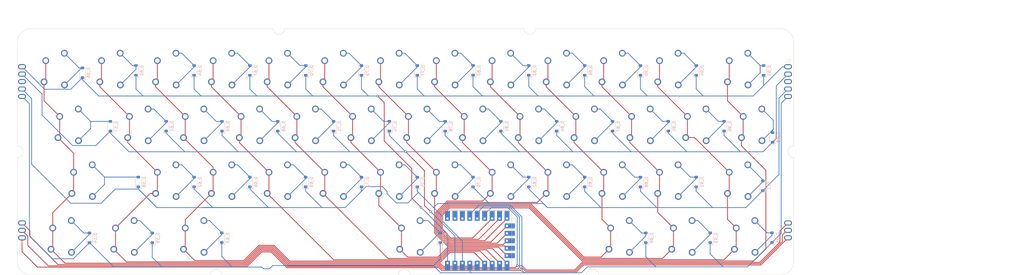
<source format=kicad_pcb>
(kicad_pcb (version 20240108) (generator "pcbnew") (generator_version "8.0")
  (layers (0 "F.Cu" signal) (31 "B.Cu" signal) (34 "B.Paste" user) (35 "F.Paste" user) (36 "B.SilkS" user "B.Silkscreen") (37 "F.SilkS" user "F.Silkscreen") (38 "B.Mask" user) (39 "F.Mask" user) (44 "Edge.Cuts" user))
  (net 0 "")
  (net 1 "col0")
  (net 2 "col1")
  (net 3 "col2")
  (net 4 "col3")
  (net 5 "col4")
  (net 6 "col5")
  (net 7 "col6")
  (net 8 "row0")
  (net 9 "row1")
  (net 10 "row2")
  (net 11 "row3")
  (net 12 "col8")
  (net 13 "col7")
  (net 14 "col9")
  (net 15 "Net-(D_1-A)")
  (net 16 "Net-(D_56-A)")
  (net 17 "Net-(D_57-A)")
  (net 18 "Net-(D_58-A)")
  (net 19 "Net-(D_59-A)")
  (net 20 "Net-(D_60-A)")
  (net 21 "Net-(D_61-A)")
  (net 22 "Net-(D_62-A)")
  (net 23 "Net-(D_63-A)")
  (net 24 "Net-(D_64-A)")
  (net 25 "Net-(D_65-A)")
  (net 26 "Net-(D_66-A)")
  (net 27 "Net-(D_67-A)")
  (net 28 "Net-(D_68-A)")
  (net 29 "Net-(D_69-A)")
  (net 30 "Net-(D_70-A)")
  (net 31 "Net-(D_71-A)")
  (net 32 "Net-(D_72-A)")
  (net 33 "Net-(D_73-A)")
  (net 34 "Net-(D_74-A)")
  (net 35 "Net-(D_75-A)")
  (net 36 "Net-(D_76-A)")
  (net 37 "Net-(D_77-A)")
  (net 38 "Net-(D_78-A)")
  (net 39 "Net-(D_79-A)")
  (net 40 "Net-(D_80-A)")
  (net 41 "Net-(D_81-A)")
  (net 42 "Net-(D_82-A)")
  (net 43 "Net-(D_83-A)")
  (net 44 "Net-(D_84-A)")
  (net 45 "Net-(D_85-A)")
  (net 46 "Net-(D_86-A)")
  (net 47 "Net-(D_87-A)")
  (net 48 "Net-(D_88-A)")
  (net 49 "Net-(D_89-A)")
  (net 50 "Net-(D_90-A)")
  (net 51 "Net-(D_91-A)")
  (net 52 "Net-(D_92-A)")
  (net 53 "Net-(D_93-A)")
  (net 54 "Net-(D_94-A)")
  (net 55 "Net-(D_95-A)")
  (net 56 "Net-(D_96-A)")
  (net 57 "Net-(D_97-A)")
  (net 58 "Net-(D_98-A)")
  (net 59 "col11")
  (net 60 "col13")
  (net 61 "col14")
  (net 62 "col15")
  (net 63 "col10")
  (net 64 "col12")
  (net 70 "Net-(D_14-A)")
  (footprint "Gateron_KS33_Solderable:Gateron-KS33-Solderable-1U" (layer "F.Cu") (at 76.2 113.50625)
    (property "Reference" "K_18")
    (property "Value" "KEYSW")
  )
  (footprint "Gateron_KS33_Solderable:Gateron-KS33-Solderable-1.5U" (layer "F.Cu") (at 104.775 170.65625)
    (property "Reference" "K_21")
    (property "Value" "KEYSW")
  )
  (footprint "MX_Solderable:MX-Solderable-1U" (layer "F.Cu") (at 142.875 132.55625)
    (property "Reference" "K_108")
    (property "Value" "KEYSW")
  )
  (footprint "MX_Solderable:MX-Solderable-1U" (layer "F.Cu") (at 228.6 151.60625)
    (property "Reference" "K_122")
    (property "Value" "KEYSW")
  )
  (footprint "Gateron_KS33_Solderable:Gateron-KS33-Solderable-1U" (layer "F.Cu") (at 219.075 132.55625)
    (property "Reference" "K_42")
    (property "Value" "KEYSW")
  )
  (footprint "Gateron_KS33_Solderable:Gateron-KS33-Solderable-1U" (layer "F.Cu") (at 57.15 113.50625)
    (property "Reference" "K_14")
    (property "Value" "KEYSW")
  )
  (footprint "MX_Solderable:MX-Solderable-1.5U" (layer "F.Cu") (at 104.775 170.65625)
    (property "Reference" "K_100")
    (property "Value" "KEYSW")
  )
  (footprint "MX_Solderable:MX-Solderable-1.5U" (layer "F.Cu") (at 290.5125 151.60625)
    (property "Reference" "K_1")
    (property "Value" "KEYSW")
  )
  (footprint "Gateron_KS33_Solderable:Gateron-KS33-Solderable-1U" (layer "F.Cu") (at 295.275 132.55625)
    (property "Reference" "K_57")
    (property "Value" "KEYSW")
  )
  (footprint "Gateron_KS33_Solderable:Gateron-KS33-Solderable-1U" (layer "F.Cu") (at 200.025 132.55625)
    (property "Reference" "K_39")
    (property "Value" "KEYSW")
  )
  (footprint "Gateron_KS33_Solderable:Gateron-KS33-Solderable-1U" (layer "F.Cu") (at 123.825 132.55625)
    (property "Reference" "K_26")
    (property "Value" "KEYSW")
  )
  (footprint "Connector_PinHeader_2.54mm:PinHeader_1x05_P2.54mm_Horizontal" (layer "F.Cu") (at 45.24375 123.19 180)
    (property "Reference" "J3")
    (property "Value" "Conn_01x04_Socket")
  )
  (footprint "Gateron_KS33_Solderable:Gateron-KS33-Solderable-1U" (layer "F.Cu") (at 271.4625 170.65625)
    (property "Reference" "K_51")
    (property "Value" "KEYSW")
  )
  (footprint "MX_Solderable:MX-Solderable-1U" (layer "F.Cu") (at 133.35 113.50625)
    (property "Reference" "K_107")
    (property "Value" "KEYSW")
  )
  (footprint "MX_Solderable:MX-Solderable-1.5U" (layer "F.Cu") (at 290.5125 113.50625)
    (property "Reference" "K_134")
    (property "Value" "KEYSW")
  )
  (footprint "MX_Solderable:MX-Solderable-1U" (layer "F.Cu") (at 276.225 132.55625)
    (property "Reference" "K_132")
    (property "Value" "KEYSW")
  )
  (footprint "MX_Solderable:MX-Solderable-1U" (layer "F.Cu") (at 152.4 113.50625)
    (property "Reference" "K_110")
    (property "Value" "KEYSW")
  )
  (footprint "Gateron_KS33_Solderable:Gateron-KS33-Solderable-1U" (layer "F.Cu") (at 114.3 113.50625)
    (property "Reference" "K_25")
    (property "Value" "KEYSW")
  )
  (footprint "Gateron_KS33_Solderable:Gateron-KS33-Solderable-1U" (layer "F.Cu") (at 190.5 151.60625)
    (property "Reference" "K_37")
    (property "Value" "KEYSW")
  )
  (footprint "MX_Solderable:MX-Solderable-1U" (layer "F.Cu") (at 76.2 113.50625)
    (property "Reference" "K_97")
    (property "Value" "KEYSW")
  )
  (footprint "MX_Solderable:MX-Solderable-1U" (layer "F.Cu") (at 190.5 113.50625)
    (property "Reference" "K_117")
    (property "Value" "KEYSW")
  )
  (footprint "Gateron_KS33_Solderable:Gateron-KS33-Solderable-2U" (layer "F.Cu") (at 66.675 151.60625)
    (property "Reference" "K_16")
    (property "Value" "KEYSW")
  )
  (footprint "MX_Solderable:MX-Solderable-1.25U" (layer "F.Cu") (at 59.53125 170.65625)
    (property "Reference" "K_70")
    (property "Value" "KEYSW")
  )
  (footprint "MX_Solderable:MX-Solderable-2U" (layer "F.Cu") (at 66.675 151.60625)
    (property "Reference" "K_95")
    (property "Value" "KEYSW")
  )
  (footprint "Gateron_KS33_Solderable:Gateron-KS33-Solderable-1U" (layer "F.Cu") (at 95.25 151.60625)
    (property "Reference" "K_20")
    (property "Value" "KEYSW")
  )
  (footprint "Gateron_KS33_Solderable:Gateron-KS33-Solderable-1U" (layer "F.Cu") (at 257.175 132.55625)
    (property "Reference" "K_49")
    (property "Value" "KEYSW")
  )
  (footprint "Gateron_KS33_Solderable:Gateron-KS33-Solderable-1U" (layer "F.Cu") (at 142.875 132.55625)
    (property "Reference" "K_29")
    (property "Value" "KEYSW")
  )
  (footprint "MX_Solderable:MX-Solderable-1U" (layer "F.Cu") (at 95.25 113.50625)
    (property "Reference" "K_101")
    (property "Value" "KEYSW")
  )
  (footprint "Gateron_KS33_Solderable:Gateron-KS33-Solderable-1U" (layer "F.Cu") (at 152.4 151.60625)
    (property "Reference" "K_30")
    (property "Value" "KEYSW")
  )
  (footprint "Gateron_KS33_Solderable:Gateron-KS33-Solderable-1U" (layer "F.Cu") (at 133.35 113.50625)
    (property "Reference" "K_28")
    (property "Value" "KEYSW")
  )
  (footprint "MX_Solderable:MX-Solderable-1U" (layer "F.Cu") (at 104.775 132.55625)
    (property "Reference" "K_102")
    (property "Value" "KEYSW")
  )
  (footprint "MX_Solderable:MX-Solderable-1U" (layer "F.Cu") (at 85.725 132.55625)
    (property "Reference" "K_98")
    (property "Value" "KEYSW")
  )
  (footprint "Gateron_KS33_Solderable:Gateron-KS33-Solderable-1U" (layer "F.Cu") (at 266.7 113.50625)
    (property "Reference" "K_52")
    (property "Value" "KEYSW")
  )
  (footprint "Gateron_KS33_Solderable:Gateron-KS33-Solderable-1.25U" (layer "F.Cu") (at 250.03125 170.65625)
    (property "Reference" "K_47")
    (property "Value" "KEYSW")
  )
  (footprint "Gateron_KS33_Solderable:Gateron-KS33-Solderable-1U" (layer "F.Cu") (at 190.5 113.50625)
    (property "Reference" "K_38")
    (property "Value" "KEYSW")
  )
  (footprint "MX_Solderable:MX-Solderable-1U" (layer "F.Cu") (at 180.975 132.55625)
    (property "Reference" "K_115")
    (property "Value" "KEYSW")
  )
  (footprint "MX_Solderable:MX-Solderable-1U" (layer "F.Cu") (at 200.025 132.55625)
    (property "Reference" "K_118")
    (property "Value" "KEYSW")
  )
  (footprint "Gateron_KS33_Solderable:Gateron-KS33-Solderable-1U" (layer "F.Cu") (at 114.3 151.60625)
    (property "Reference" "K_24")
    (property "Value" "KEYSW")
  )
  (footprint "MX_Solderable:MX-Solderable-1U" (layer "F.Cu") (at 219.075 132.55625)
    (property "Reference" "K_121")
    (property "Value" "KEYSW")
  )
  (footprint "MX_Solderable:MX-Solderable-1U" (layer "F.Cu") (at 95.25 151.60625)
    (property "Reference" "K_99")
    (property "Value" "KEYSW")
  )
  (footprint "Gateron_KS33_Solderable:Gateron-KS33-Solderable-1U" (layer "F.Cu") (at 152.4 113.50625)
    (property "Reference" "K_31")
    (property "Value" "KEYSW")
  )
  (footprint "Gateron_KS33_Solderable:Gateron-KS33-Solderable-1U" (layer "F.Cu") (at 247.65 151.60625)
    (property "Reference" "K_46")
    (property "Value" "KEYSW")
  )
  (footprint "Gateron_KS33_Solderable:Gateron-KS33-Solderable-1U" (layer "F.Cu") (at 209.55 113.50625)
    (property "Reference" "K_41")
    (property "Value" "KEYSW")
  )
  (footprint "Gateron_KS33_Solderable:Gateron-KS33-Solderable-1U" (layer "F.Cu") (at 228.6 151.60625)
    (property "Reference" "K_43")
    (property "Value" "KEYSW")
  )
  (footprint "Connector_PinHeader_2.54mm:PinHeader_1x03_P2.54mm_Horizontal" (layer "F.Cu") (at 306.775 166.37)
    (property "Reference" "J4")
    (property "Value" "Conn_01x03_Socket")
  )
  (footprint "MX_Solderable:MX-Solderable-1U" (layer "F.Cu") (at 171.45 113.50625)
    (property "Reference" "K_114")
    (property "Value" "KEYSW")
  )
  (footprint "Gateron_KS33_Solderable:Gateron-KS33-Solderable-1U" (layer "F.Cu") (at 104.775 132.55625)
    (property "Reference" "K_23")
    (property "Value" "KEYSW")
  )
  (footprint "Gateron_KS33_Solderable:Gateron-KS33-Solderable-1U" (layer "F.Cu") (at 266.7 151.60625)
    (property "Reference" "K_50")
    (property "Value" "KEYSW")
  )
  (footprint "MX_Solderable:MX-Solderable-1U" (layer "F.Cu") (at 209.55 113.50625)
    (property "Reference" "K_120")
    (property "Value" "KEYSW")
  )
  (footprint "MX_Solderable:MX-Solderable-1U" (layer "F.Cu") (at 114.3 113.50625)
    (property "Reference" "K_104")
    (property "Value" "KEYSW")
  )
  (footprint "MX_Solderable:MX-Solderable-1U" (layer "F.Cu") (at 171.45 151.60625)
    (property "Reference" "K_112")
    (property "Value" "KEYSW")
  )
  (footprint "MX_Solderable:MX-Solderable-1U" (layer "F.Cu") (at 80.9625 170.65625)
    (property "Reference" "K_96")
    (property "Value" "KEYSW")
  )
  (footprint "Gateron_KS33_Solderable:Gateron-KS33-Solderable-1U" (layer "F.Cu") (at 133.35 151.60625)
    (property "Reference" "K_27")
    (property "Value" "KEYSW")
  )
  (footprint "MX_Solderable:MX-Solderable-1U" (layer "F.Cu") (at 133.35 151.60625)
    (property "Reference" "K_106")
    (property "Value" "KEYSW")
  )
  (footprint "MX_Solderable:MX-Solderable-1U" (layer "F.Cu") (at 57.15 113.50625)
    (property "Reference" "K_93")
    (property "Value" "KEYSW")
  )
  (footprint "Gateron_KS33_Solderable:Gateron-KS33-Solderable-1U" (layer "F.Cu") (at 171.45 151.60625)
    (property "Reference" "K_33")
    (property "Value" "KEYSW")
  )
  (footprint "MX_Solderable:MX-Solderable-1U" (layer "F.Cu") (at 152.4 151.60625)
    (property "Reference" "K_109")
    (property "Value" "KEYSW")
  )
  (footprint "MX_Solderable:MX-Solderable-1U" (layer "F.Cu") (at 238.125 132.55625)
    (property "Reference" "K_124")
    (property "Value" "KEYSW")
  )
  (footprint "Gateron_KS33_Solderable:Gateron-KS33-Solderable-1U" (layer "F.Cu") (at 209.55 151.60625)
    (property "Reference" "K_40")
    (property "Value" "KEYSW")
  )
  (footprint "MX_Solderable:MX-Solderable-1U" (layer "F.Cu") (at 266.7 113.50625)
    (property "Reference" "K_131")
    (property "Value" "KEYSW")
  )
  (footprint "MX_Solderable:MX-Solderable-1.25U" (layer "F.Cu") (at 250.03125 170.65625)
    (property "Reference" "K_126")
    (property "Value" "KEYSW")
  )
  (footprint "Connector_PinHeader_2.54mm:PinHeader_1x05_P2.54mm_Horizontal" (layer "F.Cu") (at 306.775 113.03)
    (property "Reference" "J2")
    (property "Value" "Conn_01x04_Socket")
  )
  (footprint "Gateron_KS33_Solderable:Gateron-KS33-Solderable-1U" (layer "F.Cu") (at 247.65 113.50625)
    (property "Reference" "K_48")
    (property "Value" "KEYSW")
  )
  (footprint "Gateron_KS33_Solderable:Gateron-KS33-Solderable-6.25U" (layer "F.Cu") (at 178.59375 170.65625)
    (property "Reference" "K_34")
    (property "Value" "KEYSW")
  )
  (footprint "Gateron_KS33_Solderable:Gateron-KS33-Solderable-1U" (layer "F.Cu") (at 95.25 113.50625)
    (property "Reference" "K_22")
    (property "Value" "KEYSW")
  )
  (footprint "Gateron_KS33_Solderable:Gateron-KS33-Solderable-1.5U" (layer "F.Cu") (at 290.5125 151.60625)
    (property "Reference" "K_54")
    (property "Value" "KEYSW")
  )
  (footprint "MX_Solderable:MX-Solderable-1U" (layer "F.Cu") (at 266.7 151.60625)
    (property "Reference" "K_129")
    (property "Value" "KEYSW")
  )
  (footprint "Gateron_KS33_Solderable:Gateron-KS33-Solderable-1.25U" (layer "F.Cu") (at 292.89375 170.65625)
    (property "Reference" "K_55")
    (property "Value" "KEYSW")
  )
  (footprint "MX_Solderable:MX-Solderable-1U" (layer "F.Cu") (at 295.275 132.55625)
    (property "Reference" "K_135")
    (property "Value" "KEYSW")
  )
  (footprint "Gateron_KS33_Solderable:Gateron-KS33-Solderable-1.25U" (layer "F.Cu") (at 59.53125 170.65625)
    (property "Reference" "K_71")
    (property "Value" "KEYSW")
  )
  (footprint "Gateron_KS33_Solderable:Gateron-KS33-Solderable-1U" (layer "F.Cu") (at 80.9625 170.65625)
    (property "Reference" "K_17")
    (property "Value" "KEYSW")
  )
  (footprint "Gateron_KS33_Solderable:Gateron-KS33-Solderable-1.5U" (layer "F.Cu") (at 61.9125 132.55625)
    (property "Reference" "K_15")
    (property "Value" "KEYSW")
  )
  (footprint "MX_Solderable:MX-Solderable-1.25U" (layer "F.Cu") (at 292.89375 170.65625)
    (property "Reference" "K_133")
    (property "Value" "KEYSW")
  )
  (footprint "Gateron_KS33_Solderable:Gateron-KS33-Solderable-1U" (layer "F.Cu") (at 180.975 132.55625)
    (property "Reference" "K_36")
    (property "Value" "KEYSW")
  )
  (footprint "Gateron_KS33_Solderable:Gateron-KS33-Solderable-1.5U" (layer "F.Cu") (at 290.5125 113.50625)
    (property "Reference" "K_56")
    (property "Value" "KEYSW")
  )
  (footprint "MX_Solderable:MX-Solderable-1U" (layer "F.Cu") (at 271.4625 170.65625)
    (property "Reference" "K_130")
    (property "Value" "KEYSW")
  )
  (footprint "MX_Solderable:MX-Solderable-1.5U" (layer "F.Cu") (at 61.9125 132.55625)
    (property "Reference" "K_94")
    (property "Value" "KEYSW")
  )
  (footprint "MX_Solderable:MX-Solderable-1U" (layer "F.Cu") (at 257.175 132.55625)
    (property "Reference" "K_128")
    (property "Value" "KEYSW")
  )
  (footprint "MX_Solderable:MX-Solderable-1U" (layer "F.Cu") (at 114.3 151.60625)
    (property "Reference" "K_103")
    (property "Value" "KEYSW")
  )
  (footprint "MX_Solderable:MX-Solderable-1U" (layer "F.Cu") (at 161.925 132.55625)
    (property "Reference" "K_111")
    (property "Value" "KEYSW")
  )
  (footprint "MX_Solderable:MX-Solderable-1U" (layer "F.Cu") (at 209.55 151.60625)
    (property "Reference" "K_119")
    (property "Value" "KEYSW")
  )
  (footprint "MX_Solderable:MX-Solderable-6.25U" (layer "F.Cu") (at 178.59375 170.65625)
    (property "Reference" "K_113")
    (property "Value" "KEYSW")
  )
  (footprint "Connector_PinHeader_2.54mm:PinHeader_1x03_P2.54mm_Horizontal" (layer "F.Cu") (at 45.24375 171.45 180)
    (property "Reference" "J5")
    (property "Value" "Conn_01x03_Socket")
  )
  (footprint "MX_Solderable:MX-Solderable-1U" (layer "F.Cu") (at 247.65 151.60625)
    (property "Reference" "K_125")
    (property "Value" "KEYSW")
  )
  (footprint "Gateron_KS33_Solderable:Gateron-KS33-Solderable-1U" (layer "F.Cu") (at 171.45 113.50625)
    (property "Reference" "K_35")
    (property "Value" "KEYSW")
  )
  (footprint "MX_Solderable:MX-Solderable-1U" (layer "F.Cu") (at 190.5 151.60625)
    (property "Reference" "K_116")
    (property "Value" "KEYSW")
  )
  (footprint "MX_Solderable:MX-Solderable-1U" (layer "F.Cu") (at 247.65 113.50625)
    (property "Reference" "K_127")
    (property "Value" "KEYSW")
  )
  (footprint "MX_Solderable:MX-Solderable-1U" (layer "F.Cu") (at 228.6 113.50625)
    (property "Reference" "K_123")
    (property "Value" "KEYSW")
  )
  (footprint "Gateron_KS33_Solderable:Gateron-KS33-Solderable-1U" (layer "F.Cu") (at 228.6 113.50625)
    (property "Reference" "K_44")
    (property "Value" "KEYSW")
  )
  (footprint "Gateron_KS33_Solderable:Gateron-KS33-Solderable-1U" (layer "F.Cu") (at 161.925 132.55625)
    (property "Reference" "K_32")
    (property "Value" "KEYSW")
  )
  (footprint "Gateron_KS33_Solderable:Gateron-KS33-Solderable-1U" (layer "F.Cu") (at 238.125 132.55625)
    (property "Reference" "K_45")
    (property "Value" "KEYSW")
  )
  (footprint "MX_Solderable:MX-Solderable-1U" (layer "F.Cu") (at 123.825 132.55625)
    (property "Reference" "K_105")
    (property "Value" "KEYSW")
  )
  (footprint "Gateron_KS33_Solderable:Gateron-KS33-Solderable-1U" (layer "F.Cu") (at 85.725 132.55625)
    (property "Reference" "K_19")
    (property "Value" "KEYSW")
  )
  (footprint "Gateron_KS33_Solderable:Gateron-KS33-Solderable-1U" (layer "F.Cu") (at 276.225 132.55625)
    (property "Reference" "K_53")
    (property "Value" "KEYSW")
  )
  (footprint "Diode_SMD:D_SOD-123" (layer "B.Cu") (at 151.60625 133.35 90)
    (property "Reference" "D_71")
    (property "Value" "D")
  )
  (footprint "Diode_SMD:D_SOD-123" (layer "B.Cu") (at 237.35375 114.2775 90)
    (property "Reference" "D_86")
    (property "Value" "D")
  )
  (footprint "Diode_SMD:D_SOD-123" (layer "B.Cu") (at 161.13125 152.4 90)
    (property "Reference" "D_72")
    (property "Value" "D")
  )
  (footprint "Diode_SMD:D_SOD-123" (layer "B.Cu") (at 237.33125 152.3775 90)
    (property "Reference" "D_85")
    (property "Value" "D")
  )
  (footprint "Diode_SMD:D_SOD-123" (layer "B.Cu") (at 132.55625 133.35 90)
    (property "Reference" "D_68")
    (property "Value" "D")
  )
  (footprint "Diode_SMD:D_SOD-123" (layer "B.Cu") (at 94.43375 133.3275 90)
    (property "Reference" "D_61")
    (property "Value" "D")
  )
  (footprint "Diode_SMD:D_SOD-123" (layer "B.Cu") (at 284.93375 133.3275 90)
    (property "Reference" "D_95")
    (property "Value" "D")
  )
  (footprint "Diode_SMD:D_SOD-123" (layer "B.Cu") (at 189.70625 133.35 90)
    (property "Reference" "D_78")
    (property "Value" "D")
  )
  (footprint "Diode_SMD:D_SOD-123" (layer "B.Cu") (at 65.88125 115.09375 90)
    (property "Reference" "D_56")
    (property "Value" "D")
  )
  (footprint "Diode_SMD:D_SOD-123" (layer "B.Cu") (at 256.38125 152.4 90)
    (property "Reference" "D_88")
    (property "Value" "D")
  )
  (footprint "Diode_SMD:D_SOD-123" (layer "B.Cu") (at 265.88375 133.3275 90)
    (property "Reference" "D_91")
    (property "Value" "D")
  )
  (footprint "Diode_SMD:D_SOD-123" (layer "B.Cu") (at 123.03125 114.3 90)
    (property "Reference" "D_67")
    (property "Value" "D")
  )
  (footprint "Diode_SMD:D_SOD-123" (layer "B.Cu") (at 180.18125 114.3 90)
    (property "Reference" "D_77")
    (property "Value" "D")
  )
  (footprint "JohnDeereLibrary:Waveshare_rp2040_Tiny" (layer "B.Cu") (at 200.66 172.466 -90)
    (property "Reference" "U1")
    (property "Value" "~")
  )
  (footprint "Diode_SMD:D_SOD-123" (layer "B.Cu") (at 256.38125 114.3 90)
    (property "Reference" "D_90")
    (property "Value" "D")
  )
  (footprint "Diode_SMD:D_SOD-123" (layer "B.Cu") (at 298.196 153.67 90)
    (property "Reference" "D_1")
    (property "Value" "D")
  )
  (footprint "Diode_SMD:D_SOD-123" (layer "B.Cu") (at 170.65625 133.3275 90)
    (property "Reference" "D_74")
    (property "Value" "D")
  )
  (footprint "Diode_SMD:D_SOD-123" (layer "B.Cu") (at 84.93125 152.3775 90)
    (property "Reference" "D_58")
    (property "Value" "D")
  )
  (footprint "Diode_SMD:D_SOD-123" (layer "B.Cu") (at 84.1375 114.2775 90)
    (property "Reference" "D_60")
    (property "Value" "D")
  )
  (footprint "Diode_SMD:D_SOD-123" (layer "B.Cu") (at 199.23125 114.255 90)
    (property "Reference" "D_80")
    (property "Value" "D")
  )
  (footprint "Diode_SMD:D_SOD-123" (layer "B.Cu") (at 113.50625 133.35 90)
    (property "Reference" "D_65")
    (property "Value" "D")
  )
  (footprint "Diode_SMD:D_SOD-123" (layer "B.Cu") (at 142.08125 152.3775 90)
    (property "Reference" "D_69")
    (property "Value" "D")
  )
  (footprint "Diode_SMD:D_SOD-123" (layer "B.Cu") (at 161.13125 114.3 90)
    (property "Reference" "D_73")
    (property "Value" "D")
  )
  (footprint "Diode_SMD:D_SOD-123" (layer "B.Cu") (at 123.03125 152.3775 90)
    (property "Reference" "D_66")
    (property "Value" "D")
  )
  (footprint "Diode_SMD:D_SOD-123" (layer "B.Cu") (at 89.69375 171.45 90)
    (property "Reference" "D_59")
    (property "Value" "D")
  )
  (footprint "Diode_SMD:D_SOD-123" (layer "B.Cu") (at 199.20875 152.3775 90)
    (property "Reference" "D_79")
    (property "Value" "D")
  )
  (footprint "Diode_SMD:D_SOD-123" (layer "B.Cu") (at 275.40875 152.3775 90)
    (property "Reference" "D_92")
    (property "Value" "D")
  )
  (footprint "Diode_SMD:D_SOD-123" (layer "B.Cu") (at 68.2625 171.45 90)
    (property "Reference" "D_14")
    (property "Value" "D")
  )
  (footprint "Diode_SMD:D_SOD-123" (layer "B.Cu") (at 280.19375 171.4275 90)
    (property "Reference" "D_93")
    (property "Value" "D")
  )
  (footprint "Diode_SMD:D_SOD-123" (layer "B.Cu") (at 103.98125 152.3775 90)
    (property "Reference" "D_62")
    (property "Value" "D")
  )
  (footprint "Diode_SMD:D_SOD-123" (layer "B.Cu") (at 298.45 114.3 90)
    (property "Reference" "D_97")
    (property "Value" "D")
  )
  (footprint "Diode_SMD:D_SOD-123" (layer "B.Cu") (at 301.498 137.16 90)
    (property "Reference" "D_98")
    (property "Value" "D")
  )
  (footprint "Diode_SMD:D_SOD-123" (layer "B.Cu") (at 275.43125 114.3 90)
    (property "Reference" "D_94")
    (property "Value" "D")
  )
  (footprint "Diode_SMD:D_SOD-123" (layer "B.Cu") (at 142.12125 114.3 90)
    (property "Reference" "D_70")
    (property "Value" "D")
  )
  (footprint "Diode_SMD:D_SOD-123" (layer "B.Cu") (at 227.78375 133.3275 90)
    (property "Reference" "D_84")
    (property "Value" "D")
  )
  (footprint "Diode_SMD:D_SOD-123" (layer "B.Cu") (at 103.98125 114.2775 90)
    (property "Reference" "D_64")
    (property "Value" "D")
  )
  (footprint "Diode_SMD:D_SOD-123" (layer "B.Cu") (at 218.25875 152.3775 90)
    (property "Reference" "D_82")
    (property "Value" "D")
  )
  (footprint "Diode_SMD:D_SOD-123" (layer "B.Cu") (at 208.73375 133.35 90)
    (property "Reference" "D_81")
    (property "Value" "D")
  )
  (footprint "Diode_SMD:D_SOD-123" (layer "B.Cu") (at 218.25875 114.2775 90)
    (property "Reference" "D_83")
    (property "Value" "D")
  )
  (footprint "Diode_SMD:D_SOD-123" (layer "B.Cu") (at 180.18125 152.4 90)
    (property "Reference" "D_75")
    (property "Value" "D")
  )
  (footprint "Diode_SMD:D_SOD-123" (layer "B.Cu") (at 75.40625 133.35 90)
    (property "Reference" "D_57")
    (property "Value" "D")
  )
  (footprint "Diode_SMD:D_SOD-123" (layer "B.Cu") (at 113.4364 171.3992 90)
    (property "Reference" "D_63")
    (property "Value" "D")
  )
  (footprint "Diode_SMD:D_SOD-123" (layer "B.Cu") (at 258.2164 171.45 90)
    (property "Reference" "D_89")
    (property "Value" "D")
  )
  (footprint "Diode_SMD:D_SOD-123" (layer "B.Cu") (at 246.85625 133.35 90)
    (property "Reference" "D_87")
    (property "Value" "D")
  )
  (footprint "Diode_SMD:D_SOD-123" (layer "B.Cu") (at 188.03375 171.4275 90)
    (property "Reference" "D_76")
    (property "Value" "D")
  )
  (footprint "Diode_SMD:D_SOD-123" (layer "B.Cu") (at 301.2948 171.3992 90)
    (property "Reference" "D_96")
    (property "Value" "D")
  )
  (gr_line (start 48.41875 184.15) (end 109.46469 184.15) (stroke (width 0.1)) (layer "Edge.Cuts"))
  (gr_line (start 130.89594 100.0125) (end 48.41875 100.0125) (stroke (width 0.1)) (layer "Edge.Cuts"))
  (gr_arc (start 48.41875 184.15) (mid 45.051154 182.755096) (end 43.65625 179.3875) (stroke (width 0.1)) (layer "Edge.Cuts"))
  (gr_line (start 134.89594 100.0125) (end 216.62094 100.0125) (stroke (width 0.1)) (layer "Edge.Cuts"))
  (gr_arc (start 43.65625 140.10403) (mid 45.672125 142.088155) (end 43.688 144.10403) (stroke (width 0.1)) (layer "Edge.Cuts"))
  (gr_line (start 308.76875 179.3875) (end 308.76875 144.10403) (stroke (width 0.1)) (layer "Edge.Cuts"))
  (gr_line (start 113.46469 184.15) (end 173.75844 184.15) (stroke (width 0.1)) (layer "Edge.Cuts"))
  (gr_arc (start 109.46469 184.15) (mid 111.46469 182.15) (end 113.46469 184.15) (stroke (width 0.1)) (layer "Edge.Cuts"))
  (gr_arc (start 173.75844 184.15) (mid 175.75844 182.15) (end 177.75844 184.15) (stroke (width 0.1)) (layer "Edge.Cuts"))
  (gr_line (start 242.05219 184.15) (end 304.00625 184.15) (stroke (width 0.1)) (layer "Edge.Cuts"))
  (gr_arc (start 304.00625 100.0125) (mid 307.373846 101.407404) (end 308.76875 104.775) (stroke (width 0.1)) (layer "Edge.Cuts"))
  (gr_arc (start 43.65625 104.775) (mid 45.051154 101.407404) (end 48.41875 100.0125) (stroke (width 0.1)) (layer "Edge.Cuts"))
  (gr_line (start 177.75844 184.15) (end 238.05219 184.15) (stroke (width 0.1)) (layer "Edge.Cuts"))
  (gr_arc (start 134.89594 100.0125) (mid 132.89594 102.0125) (end 130.89594 100.0125) (stroke (width 0.1)) (layer "Edge.Cuts"))
  (gr_line (start 43.65625 140.10403) (end 43.65625 104.775) (stroke (width 0.1)) (layer "Edge.Cuts"))
  (gr_line (start 43.65625 179.3875) (end 43.688 144.10403) (stroke (width 0.1)) (layer "Edge.Cuts"))
  (gr_arc (start 308.76875 144.10403) (mid 306.76875 142.10403) (end 308.76875 140.10403) (stroke (width 0.1)) (layer "Edge.Cuts"))
  (gr_line (start 220.62094 100.0125) (end 304.00625 100.0125) (stroke (width 0.1)) (layer "Edge.Cuts"))
  (gr_arc (start 238.05219 184.15) (mid 240.05219 182.15) (end 242.05219 184.15) (stroke (width 0.1)) (layer "Edge.Cuts"))
  (gr_arc (start 308.76875 179.3875) (mid 307.373846 182.755096) (end 304.00625 184.15) (stroke (width 0.1)) (layer "Edge.Cuts"))
  (gr_line (start 308.76875 140.10403) (end 308.76875 104.775) (stroke (width 0.1)) (layer "Edge.Cuts"))
  (gr_arc (start 220.62094 100.0125) (mid 218.62094 102.0125) (end 216.62094 100.0125) (stroke (width 0.1)) (layer "Edge.Cuts"))
  (segment (start 52.75 124.66375) (end 58.1025 130.01625) (width 0.25) (layer "F.Cu") (net 1))
  (segment (start 130.861188 174.926) (end 126.491612 174.926) (width 0.25) (layer "F.Cu") (net 1))
  (segment (start 55.72125 162.86) (end 62.275 156.30625) (width 0.25) (layer "F.Cu") (net 1))
  (segment (start 200.66 180.086) (end 199.573 181.173) (width 0.25) (layer "F.Cu") (net 1))
  (segment (start 59.8974 180.1224) (end 55.13125 175.35625) (width 0.25) (layer "F.Cu") (net 1))
  (segment (start 62.865 149.06625) (end 62.865 155.71625) (width 0.25) (layer "F.Cu") (net 1))
  (segment (start 188.993396 181.173) (end 188.124396 180.304) (width 0.25) (layer "F.Cu") (net 1))
  (segment (start 55.13125 175.35625) (end 55.72125 174.76625) (width 0.25) (layer "F.Cu") (net 1))
  (segment (start 58.1025 136.66625) (end 57.5125 137.25625) (width 0.25) (layer "F.Cu") (net 1))
  (segment (start 126.491612 174.926) (end 121.295212 180.1224) (width 0.25) (layer "F.Cu") (net 1))
  (segment (start 62.865 142.60875) (end 62.865 149.06625) (width 0.25) (layer "F.Cu") (net 1))
  (segment (start 188.124396 180.304) (end 136.239188 180.304) (width 0.25) (layer "F.Cu") (net 1))
  (segment (start 53.34 117.61625) (end 52.75 118.20625) (width 0.25) (layer "F.Cu") (net 1))
  (segment (start 58.1025 130.01625) (end 58.1025 136.66625) (width 0.25) (layer "F.Cu") (net 1))
  (segment (start 55.72125 174.76625) (end 55.72125 168.11625) (width 0.25) (layer "F.Cu") (net 1))
  (segment (start 52.75 118.20625) (end 52.75 124.66375) (width 0.25) (layer "F.Cu") (net 1))
  (segment (start 57.5125 137.25625) (end 62.865 142.60875) (width 0.25) (layer "F.Cu") (net 1))
  (segment (start 55.72125 168.11625) (end 55.72125 162.86) (width 0.25) (layer "F.Cu") (net 1))
  (segment (start 121.295212 180.1224) (end 59.8974 180.1224) (width 0.25) (layer "F.Cu") (net 1))
  (segment (start 199.573 181.173) (end 188.993396 181.173) (width 0.25) (layer "F.Cu") (net 1))
  (segment (start 136.239188 180.304) (end 130.861188 174.926) (width 0.25) (layer "F.Cu") (net 1))
  (segment (start 53.34 110.96625) (end 53.34 117.61625) (width 0.25) (layer "F.Cu") (net 1))
  (segment (start 62.865 155.71625) (end 62.275 156.30625) (width 0.25) (layer "F.Cu") (net 1))
  (segment (start 77.1525 174.76625) (end 77.1525 168.11625) (width 0.25) (layer "F.Cu") (net 2))
  (segment (start 88.9625 156.30625) (end 90.85 156.30625) (width 0.25) (layer "F.Cu") (net 2))
  (segment (start 203.2 180.086) (end 199.573 176.459) (width 0.25) (layer "F.Cu") (net 2))
  (segment (start 72.39 117.61625) (end 71.8 118.20625) (width 0.25) (layer "F.Cu") (net 2))
  (segment (start 72.39 110.96625) (end 72.39 117.61625) (width 0.25) (layer "F.Cu") (net 2))
  (segment (start 81.325 138.95125) (end 91.44 149.06625) (width 0.25) (layer "F.Cu") (net 2))
  (segment (start 81.915 130.01625) (end 81.915 136.66625) (width 0.25) (layer "F.Cu") (net 2))
  (segment (start 131.047584 174.476) (end 126.305216 174.476) (width 0.25) (layer "F.Cu") (net 2))
  (segment (start 71.8 118.20625) (end 71.8 119.90125) (width 0.25) (layer "F.Cu") (net 2))
  (segment (start 76.5625 175.35625) (end 77.1525 174.76625) (width 0.25) (layer "F.Cu") (net 2))
  (segment (start 136.425584 179.854) (end 131.047584 174.476) (width 0.25) (layer "F.Cu") (net 2))
  (segment (start 81.325 137.25625) (end 81.325 138.95125) (width 0.25) (layer "F.Cu") (net 2))
  (segment (start 91.44 155.71625) (end 90.85 156.30625) (width 0.25) (layer "F.Cu") (net 2))
  (segment (start 191.333 176.459) (end 187.938 179.854) (width 0.25) (layer "F.Cu") (net 2))
  (segment (start 91.44 149.06625) (end 91.44 155.71625) (width 0.25) (layer "F.Cu") (net 2))
  (segment (start 121.108816 179.6724) (end 80.87865 179.6724) (width 0.25) (layer "F.Cu") (net 2))
  (segment (start 80.87865 179.6724) (end 76.5625 175.35625) (width 0.25) (layer "F.Cu") (net 2))
  (segment (start 199.573 176.459) (end 191.333 176.459) (width 0.25) (layer "F.Cu") (net 2))
  (segment (start 77.1525 168.11625) (end 88.9625 156.30625) (width 0.25) (layer "F.Cu") (net 2))
  (segment (start 71.8 119.90125) (end 81.915 130.01625) (width 0.25) (layer "F.Cu") (net 2))
  (segment (start 187.938 179.854) (end 136.425584 179.854) (width 0.25) (layer "F.Cu") (net 2))
  (segment (start 126.305216 174.476) (end 121.108816 179.6724) (width 0.25) (layer "F.Cu") (net 2))
  (segment (start 81.915 136.66625) (end 81.325 137.25625) (width 0.25) (layer "F.Cu") (net 2))
  (segment (start 120.92242 179.2224) (end 104.24115 179.2224) (width 0.25) (layer "F.Cu") (net 3))
  (segment (start 100.965 174.76625) (end 100.965 168.11625) (width 0.25) (layer "F.Cu") (net 3))
  (segment (start 187.751604 179.404) (end 136.61198 179.404) (width 0.25) (layer "F.Cu") (net 3))
  (segment (start 126.11882 174.026) (end 120.92242 179.2224) (width 0.25) (layer "F.Cu") (net 3))
  (segment (start 100.965 168.11625) (end 100.965 165.24125) (width 0.25) (layer "F.Cu") (net 3))
  (segment (start 131.23398 174.026) (end 126.11882 174.026) (width 0.25) (layer "F.Cu") (net 3))
  (segment (start 191.146604 176.009) (end 187.751604 179.404) (width 0.25) (layer "F.Cu") (net 3))
  (segment (start 205.74 180.086) (end 201.663 176.009) (width 0.25) (layer "F.Cu") (net 3))
  (segment (start 90.85 119.90125) (end 100.965 130.01625) (width 0.25) (layer "F.Cu") (net 3))
  (segment (start 100.375 137.25625) (end 110.49 147.37125) (width 0.25) (layer "F.Cu") (net 3))
  (segment (start 201.663 176.009) (end 191.146604 176.009) (width 0.25) (layer "F.Cu") (net 3))
  (segment (start 91.44 117.61625) (end 90.85 118.20625) (width 0.25) (layer "F.Cu") (net 3))
  (segment (start 136.61198 179.404) (end 131.23398 174.026) (width 0.25) (layer "F.Cu") (net 3))
  (segment (start 104.24115 179.2224) (end 100.375 175.35625) (width 0.25) (layer "F.Cu") (net 3))
  (segment (start 110.49 155.71625) (end 109.9 156.30625) (width 0.25) (layer "F.Cu") (net 3))
  (segment (start 110.49 149.06625) (end 110.49 155.71625) (width 0.25) (layer "F.Cu") (net 3))
  (segment (start 100.375 175.35625) (end 100.965 174.76625) (width 0.25) (layer "F.Cu") (net 3))
  (segment (start 100.965 165.24125) (end 109.9 156.30625) (width 0.25) (layer "F.Cu") (net 3))
  (segment (start 91.44 110.96625) (end 91.44 117.61625) (width 0.25) (layer "F.Cu") (net 3))
  (segment (start 100.965 136.66625) (end 100.375 137.25625) (width 0.25) (layer "F.Cu") (net 3))
  (segment (start 90.85 118.20625) (end 90.85 119.90125) (width 0.25) (layer "F.Cu") (net 3))
  (segment (start 110.49 147.37125) (end 110.49 149.06625) (width 0.25) (layer "F.Cu") (net 3))
  (segment (start 100.965 130.01625) (end 100.965 136.66625) (width 0.25) (layer "F.Cu") (net 3))
  (segment (start 128.97585 156.30625) (end 128.95 156.30625) (width 0.25) (layer "F.Cu") (net 4))
  (segment (start 187.565208 178.954) (end 151.6236 178.954) (width 0.25) (layer "F.Cu") (net 4))
  (segment (start 120.015 136.66625) (end 119.425 137.25625) (width 0.25) (layer "F.Cu") (net 4))
  (segment (start 190.960208 175.559) (end 187.565208 178.954) (width 0.25) (layer "F.Cu") (net 4))
  (segment (start 129.54 149.06625) (end 129.54 155.71625) (width 0.25) (layer "F.Cu") (net 4))
  (segment (start 151.6236 178.954) (end 128.97585 156.30625) (width 0.25) (layer "F.Cu") (net 4))
  (segment (start 119.425 137.25625) (end 119.425 138.95125) (width 0.25) (layer "F.Cu") (net 4))
  (segment (start 110.49 117.61625) (end 109.9 118.20625) (width 0.25) (layer "F.Cu") (net 4))
  (segment (start 129.54 155.71625) (end 128.95 156.30625) (width 0.25) (layer "F.Cu") (net 4))
  (segment (start 120.015 130.01625) (end 120.015 136.66625) (width 0.25) (layer "F.Cu") (net 4))
  (segment (start 109.9 118.20625) (end 109.9 119.90125) (width 0.25) (layer "F.Cu") (net 4))
  (segment (start 119.425 138.95125) (end 129.54 149.06625) (width 0.25) (layer "F.Cu") (net 4))
  (segment (start 119.995 130.03625) (end 120.015 130.01625) (width 0.25) (layer "F.Cu") (net 4))
  (segment (start 208.28 180.086) (end 203.753 175.559) (width 0.25) (layer "F.Cu") (net 4))
  (segment (start 109.9 119.90125) (end 120.015 130.01625) (width 0.25) (layer "F.Cu") (net 4))
  (segment (start 110.49 110.96625) (end 110.49 117.61625) (width 0.25) (layer "F.Cu") (net 4))
  (segment (start 203.753 175.559) (end 190.960208 175.559) (width 0.25) (layer "F.Cu") (net 4))
  (segment (start 190.773812 175.109) (end 187.378812 178.504) (width 0.25) (layer "F.Cu") (net 5))
  (segment (start 128.95 118.20625) (end 128.95 119.90125) (width 0.25) (layer "F.Cu") (net 5))
  (segment (start 205.843 175.109) (end 190.773812 175.109) (width 0.25) (layer "F.Cu") (net 5))
  (segment (start 129.54 110.96625) (end 129.54 117.61625) (width 0.25) (layer "F.Cu") (net 5))
  (segment (start 138.475 137.25625) (end 138.475 138.95125) (width 0.25) (layer "F.Cu") (net 5))
  (segment (start 148.59 155.71625) (end 148 156.30625) (width 0.25) (layer "F.Cu") (net 5))
  (segment (start 128.95 119.90125) (end 139.065 130.01625) (width 0.25) (layer "F.Cu") (net 5))
  (segment (start 138.475 138.95125) (end 148.59 149.06625) (width 0.25) (layer "F.Cu") (net 5))
  (segment (start 187.378812 178.504) (end 170.19775 178.504) (width 0.25) (layer "F.Cu") (net 5))
  (segment (start 210.82 180.086) (end 205.843 175.109) (width 0.25) (layer "F.Cu") (net 5))
  (segment (start 148.59 149.06625) (end 148.59 155.71625) (width 0.25) (layer "F.Cu") (net 5))
  (segment (start 139.065 130.01625) (end 139.065 136.66625) (width 0.25) (layer "F.Cu") (net 5))
  (segment (start 129.54 117.61625) (end 128.95 118.20625) (width 0.25) (layer "F.Cu") (net 5))
  (segment (start 148 156.30625) (end 147.26875 155.575) (width 0.25) (layer "F.Cu") (net 5))
  (segment (start 170.19775 178.504) (end 148 156.30625) (width 0.25) (layer "F.Cu") (net 5))
  (segment (start 139.065 136.66625) (end 138.475 137.25625) (width 0.25) (layer "F.Cu") (net 5))
  (segment (start 176.8915 178.054) (end 174.19375 175.35625) (width 0.25) (layer "F.Cu") (net 6))
  (segment (start 148 119.90125) (end 158.115 130.01625) (width 0.25) (layer "F.Cu") (net 6))
  (segment (start 210.82 177.546) (end 207.933 174.659) (width 0.25) (layer "F.Cu") (net 6))
  (segment (start 167.64 155.71625) (end 167.05 156.30625) (width 0.25) (layer "F.Cu") (net 6))
  (segment (start 157.525 137.25625) (end 157.525 138.95125) (width 0.25) (layer "F.Cu") (net 6))
  (segment (start 148.59 110.96625) (end 148.59 117.61625) (width 0.25) (layer "F.Cu") (net 6))
  (segment (start 187.192416 178.054) (end 176.8915 178.054) (width 0.25) (layer "F.Cu") (net 6))
  (segment (start 158.115 130.01625) (end 158.115 136.66625) (width 0.25) (layer "F.Cu") (net 6))
  (segment (start 190.587416 174.659) (end 187.192416 178.054) (width 0.25) (layer "F.Cu") (net 6))
  (segment (start 148.59 117.61625) (end 148 118.20625) (width 0.25) (layer "F.Cu") (net 6))
  (segment (start 174.78375 174.76625) (end 174.78375 168.11625) (width 0.25) (layer "F.Cu") (net 6))
  (segment (start 157.525 138.95125) (end 167.64 149.06625) (width 0.25) (layer "F.Cu") (net 6))
  (segment (start 158.115 136.66625) (end 157.525 137.25625) (width 0.25) (layer "F.Cu") (net 6))
  (segment (start 174.19375 175.35625) (end 174.78375 174.76625) (width 0.25) (layer "F.Cu") (net 6))
  (segment (start 148 118.20625) (end 148 119.90125) (width 0.25) (layer "F.Cu") (net 6))
  (segment (start 207.933 174.659) (end 190.587416 174.659) (width 0.25) (layer "F.Cu") (net 6))
  (segment (start 174.78375 168.11625) (end 167.05 160.3825) (width 0.25) (layer "F.Cu") (net 6))
  (segment (start 167.05 160.3825) (end 167.05 156.30625) (width 0.25) (layer "F.Cu") (net 6))
  (segment (start 167.64 149.06625) (end 167.64 155.71625) (width 0.25) (layer "F.Cu") (net 6))
  (segment (start 167.64 117.61625) (end 167.05 118.20625) (width 0.25) (layer "F.Cu") (net 7))
  (segment (start 167.64 110.96625) (end 167.64 117.61625) (width 0.25) (layer "F.Cu") (net 7))
  (segment (start 210.023 174.209) (end 210.82 175.006) (width 0.25) (layer "F.Cu") (net 7))
  (segment (start 176.575 137.25625) (end 176.575 138.95125) (width 0.25) (layer "F.Cu") (net 7))
  (segment (start 186.69 155.71625) (end 186.1 156.30625) (width 0.25) (layer "F.Cu") (net 7))
  (segment (start 190.465 174.209) (end 186.1 169.844) (width 0.25) (layer "F.Cu") (net 7))
  (segment (start 176.575 138.95125) (end 186.69 149.06625) (width 0.25) (layer "F.Cu") (net 7))
  (segment (start 167.05 119.90125) (end 177.165 130.01625) (width 0.25) (layer "F.Cu") (net 7))
  (segment (start 167.05 118.20625) (end 167.05 119.90125) (width 0.25) (layer "F.Cu") (net 7))
  (segment (start 177.165 136.66625) (end 176.575 137.25625) (width 0.25) (layer "F.Cu") (net 7))
  (segment (start 190.465 174.209) (end 210.023 174.209) (width 0.25) (layer "F.Cu") (net 7))
  (segment (start 177.165 130.01625) (end 177.165 136.66625) (width 0.25) (layer "F.Cu") (net 7))
  (segment (start 186.1 169.844) (end 186.1 156.30625) (width 0.25) (layer "F.Cu") (net 7))
  (segment (start 186.69 149.06625) (end 186.69 155.71625) (width 0.25) (layer "F.Cu") (net 7))
  (segment (start 178.308 157.8864) (end 178.308 147.828) (width 0.25) (layer "F.Cu") (net 8))
  (segment (start 168.91 125.31725) (end 166.624 123.03125) (width 0.25) (layer "F.Cu") (net 8))
  (segment (start 168.91 138.43) (end 168.91 125.31725) (width 0.25) (layer "F.Cu") (net 8))
  (segment (start 178.308 147.828) (end 168.91 138.43) (width 0.25) (layer "F.Cu") (net 8))
  (segment (start 181.4576 161.036) (end 178.308 157.8864) (width 0.25) (layer "F.Cu") (net 8))
  (via (at 181.4576 161.036) (size 0.8) (drill 0.4) (layers "F.Cu" "B.Cu") (net 8))
  (via (at 166.624 123.03125) (size 0.8) (drill 0.4) (layers "F.Cu" "B.Cu") (net 8))
  (segment (start 84.1375 120.65) (end 86.51875 123.03125) (width 0.25) (layer "B.Cu") (net 8))
  (segment (start 237.35375 119.87875) (end 240.50625 123.03125) (width 0.25) (layer "B.Cu") (net 8))
  (segment (start 161.13125 115.95) (end 161.13125 120.65) (width 0.25) (layer "B.Cu") (net 8))
  (segment (start 73.025 123.03125) (end 86.51875 123.03125) (width 0.25) (layer "B.Cu") (net 8))
  (segment (start 202.40625 123.03125) (end 221.45625 123.03125) (width 0.25) (layer "B.Cu") (net 8))
  (segment (start 106.3625 123.03125) (end 125.4125 123.03125) (width 0.25) (layer "B.Cu") (net 8))
  (segment (start 61.89375 120.73125) (end 65.88125 116.74375) (width 0.25) (layer "B.Cu") (net 8))
  (segment (start 86.51875 123.03125) (end 106.3625 123.03125) (width 0.25) (layer "B.Cu") (net 8))
  (segment (start 142.12125 120.69) (end 144.4625 123.03125) (width 0.25) (layer "B.Cu") (net 8))
  (segment (start 240.50625 123.03125) (end 258.7625 123.03125) (width 0.25) (layer "B.Cu") (net 8))
  (segment (start 125.4125 123.03125) (end 144.4625 123.03125) (width 0.25) (layer "B.Cu") (net 8))
  (segment (start 221.45625 123.03125) (end 240.50625 123.03125) (width 0.25) (layer "B.Cu") (net 8))
  (segment (start 190.5 170.0784) (end 190.5 180.086) (width 0.25) (layer "B.Cu") (net 8))
  (segment (start 45.24375 113.03) (end 52.945 120.73125) (width 0.25) (layer "B.Cu") (net 8))
  (segment (start 84.1375 115.9275) (end 84.1375 120.65) (width 0.25) (layer "B.Cu") (net 8))
  (segment (start 199.23125 119.85625) (end 202.40625 123.03125) (width 0.25) (layer "B.Cu") (net 8))
  (segment (start 275.43125 115.95) (end 275.43125 120.65) (width 0.25) (layer "B.Cu") (net 8))
  (segment (start 180.18125 120.65) (end 182.5625 123.03125) (width 0.25) (layer "B.Cu") (net 8))
  (segment (start 218.25875 115.9275) (end 218.25875 119.83375) (width 0.25) (layer "B.Cu") (net 8))
  (segment (start 103.98125 120.65) (end 106.3625 123.03125) (width 0.25) (layer "B.Cu") (net 8))
  (segment (start 181.4576 161.036) (end 190.5 170.0784) (width 0.25) (layer "B.Cu") (net 8))
  (segment (start 123.03125 120.65) (end 125.4125 123.03125) (width 0.25) (layer "B.Cu") (net 8))
  (segment (start 237.35375 115.9275) (end 237.35375 119.87875) (width 0.25) (layer "B.Cu") (net 8))
  (segment (start 304.89525 113.03) (end 294.894 123.03125) (width 0.25) (layer "B.Cu") (net 8))
  (segment (start 256.38125 115.95) (end 256.38125 120.65) (width 0.25) (layer "B.Cu") (net 8))
  (segment (start 256.38125 120.65) (end 258.7625 123.03125) (width 0.25) (layer "B.Cu") (net 8))
  (segment (start 65.88125 116.74375) (end 65.88125 117.475) (width 0.25) (layer "B.Cu") (net 8))
  (segment (start 294.894 123.03125) (end 277.8125 123.03125) (width 0.25) (layer "B.Cu") (net 8))
  (segment (start 275.43125 120.65) (end 277.8125 123.03125) (width 0.25) (layer "B.Cu") (net 8))
  (segment (start 298.45 115.95) (end 298.45 119.47525) (width 0.25) (layer "B.Cu") (net 8))
  (segment (start 103.98125 115.9275) (end 103.98125 120.65) (width 0.25) (layer "B.Cu") (net 8))
  (segment (start 199.23125 115.905) (end 199.23125 119.85625) (width 0.25) (layer "B.Cu") (net 8))
  (segment (start 65.88125 117.475) (end 71.4375 123.03125) (width 0.25) (layer "B.Cu") (net 8))
  (segment (start 52.945 120.73125) (end 61.89375 120.73125) (width 0.25) (layer "B.Cu") (net 8))
  (segment (start 123.03125 115.95) (end 123.03125 120.65) (width 0.25) (layer "B.Cu") (net 8))
  (segment (start 306.775 113.03) (end 304.89525 113.03) (width 0.25) (layer "B.Cu") (net 8))
  (segment (start 180.18125 115.95) (end 180.18125 120.65) (width 0.25) (layer "B.Cu") (net 8))
  (segment (start 166.624 123.03125) (end 182.5625 123.03125) (width 0.25) (layer "B.Cu") (net 8))
  (segment (start 218.25875 119.83375) (end 221.45625 123.03125) (width 0.25) (layer "B.Cu") (net 8))
  (segment (start 182.5625 123.03125) (end 202.40625 123.03125) (width 0.25) (layer "B.Cu") (net 8))
  (segment (start 258.7625 123.03125) (end 277.8125 123.03125) (width 0.25) (layer "B.Cu") (net 8))
  (segment (start 71.4375 123.03125) (end 73.025 123.03125) (width 0.25) (layer "B.Cu") (net 8))
  (segment (start 142.12125 115.95) (end 142.12125 120.69) (width 0.25) (layer "B.Cu") (net 8))
  (segment (start 163.5125 123.03125) (end 166.624 123.03125) (width 0.25) (layer "B.Cu") (net 8))
  (segment (start 161.13125 120.65) (end 163.5125 123.03125) (width 0.25) (layer "B.Cu") (net 8))
  (segment (start 144.4625 123.03125) (end 163.5125 123.03125) (width 0.25) (layer "B.Cu") (net 8))
  (segment (start 182.626 160.401) (end 182.626 148.59) (width 0.25) (layer "F.Cu") (net 9))
  (segment (start 182.673625 148.542375) (end 176.2125 142.08125) (width 0.25) (layer "F.Cu") (net 9))
  (segment (start 182.626 148.59) (end 182.673625 148.542375) (width 0.25) (layer "F.Cu") (net 9))
  (segment (start 184.7977 162.5727) (end 182.626 160.401) (width 0.25) (layer "F.Cu") (net 9))
  (via (at 184.7977 162.5727) (size 0.8) (drill 0.4) (layers "F.Cu" "B.Cu") (net 9))
  (via (at 176.2125 142.08125) (size 0.8) (drill 0.4) (layers "F.Cu" "B.Cu") (net 9))
  (segment (start 45.24375 115.57) (end 52.07 122.39625) (width 0.25) (layer "B.Cu") (net 9))
  (segment (start 52.07 129.527434) (end 62.496566 139.954) (width 0.25) (layer "B.Cu") (net 9))
  (segment (start 215.10625 142.08125) (end 233.3625 142.08125) (width 0.25) (layer "B.Cu") (net 9))
  (segment (start 208.73375 135) (end 208.73375 135.70875) (width 0.25) (layer "B.Cu") (net 9))
  (segment (start 184.7977 162.5727) (end 193.04 170.815) (width 0.25) (layer "B.Cu") (net 9))
  (segment (start 189.70625 136.525) (end 195.2625 142.08125) (width 0.25) (layer "B.Cu") (net 9))
  (segment (start 113.50625 136.525) (end 119.0625 142.08125) (width 0.25) (layer "B.Cu") (net 9))
  (segment (start 119.0625 142.08125) (end 138.90625 142.08125) (width 0.25) (layer "B.Cu") (net 9))
  (segment (start 151.60625 136.525) (end 157.1625 142.08125) (width 0.25) (layer "B.Cu") (net 9))
  (segment (start 113.50625 135) (end 113.50625 136.525) (width 0.25) (layer "B.Cu") (net 9))
  (segment (start 176.2125 142.08125) (end 195.2625 142.08125) (width 0.25) (layer "B.Cu") (net 9))
  (segment (start 284.93375 136.5025) (end 290.5125 142.08125) (width 0.25) (layer "B.Cu") (net 9))
  (segment (start 132.55625 135.73125) (end 138.90625 142.08125) (width 0.25) (layer "B.Cu") (net 9))
  (segment (start 170.65625 136.525) (end 176.2125 142.08125) (width 0.25) (layer "B.Cu") (net 9))
  (segment (start 246.85625 135.73125) (end 253.20625 142.08125) (width 0.25) (layer "B.Cu") (net 9))
  (segment (start 302.768 137.54) (end 298.22675 142.08125) (width 0.25) (layer "B.Cu") (net 9))
  (segment (start 284.93375 134.9775) (end 284.93375 136.5025) (width 0.25) (layer "B.Cu") (net 9))
  (segment (start 62.496566 139.954) (end 70.45225 139.954) (width 0.25) (layer "B.Cu") (net 9))
  (segment (start 265.88375 135.70875) (end 272.25625 142.08125) (width 0.25) (layer "B.Cu") (net 9))
  (segment (start 52.07 122.39625) (end 52.07 129.527434) (width 0.25) (layer "B.Cu") (net 9))
  (segment (start 227.78375 134.9775) (end 227.78375 136.5025) (width 0.25) (layer "B.Cu") (net 9))
  (segment (start 193.04 170.815) (end 193.04 180.086) (width 0.25) (layer "B.Cu") (net 9))
  (segment (start 100.80625 142.08125) (end 119.0625 142.08125) (width 0.25) (layer "B.Cu") (net 9))
  (segment (start 208.73375 135.70875) (end 215.10625 142.08125) (width 0.25) (layer "B.Cu") (net 9))
  (segment (start 246.85625 135) (end 246.85625 135.73125) (width 0.25) (layer "B.Cu") (net 9))
  (segment (start 70.45225 139.954) (end 75.40625 135) (width 0.25) (layer "B.Cu") (net 9))
  (segment (start 157.1625 142.08125) (end 176.2125 142.08125) (width 0.25) (layer "B.Cu") (net 9))
  (segment (start 265.88375 134.9775) (end 265.88375 135.70875) (width 0.25) (layer "B.Cu") (net 9))
  (segment (start 298.22675 142.08125) (end 290.5125 142.08125) (width 0.25) (layer "B.Cu") (net 9))
  (segment (start 170.65625 134.9775) (end 170.65625 136.525) (width 0.25) (layer "B.Cu") (net 9))
  (segment (start 195.2625 142.08125) (end 215.10625 142.08125) (width 0.25) (layer "B.Cu") (net 9))
  (segment (start 81.75625 142.08125) (end 82.55 142.08125) (width 0.25) (layer "B.Cu") (net 9))
  (segment (start 82.55 142.08125) (end 100.80625 142.08125) (width 0.25) (layer "B.Cu") (net 9))
  (segment (start 189.70625 135) (end 189.70625 136.525) (width 0.25) (layer "B.Cu") (net 9))
  (segment (start 132.55625 135) (end 132.55625 135.73125) (width 0.25) (layer "B.Cu") (net 9))
  (segment (start 227.78375 136.5025) (end 233.3625 142.08125) (width 0.25) (layer "B.Cu") (net 9))
  (segment (start 272.25625 142.08125) (end 290.5125 142.08125) (width 0.25) (layer "B.Cu") (net 9))
  (segment (start 253.20625 142.08125) (end 272.25625 142.08125) (width 0.25) (layer "B.Cu") (net 9))
  (segment (start 94.43375 134.9775) (end 94.43375 135.70875) (width 0.25) (layer "B.Cu") (net 9))
  (segment (start 75.40625 135) (end 75.40625 135.73125) (width 0.25) (layer "B.Cu") (net 9))
  (segment (start 302.768 119.577) (end 302.768 137.54) (width 0.25) (layer "B.Cu") (net 9))
  (segment (start 233.3625 142.08125) (end 253.20625 142.08125) (width 0.25) (layer "B.Cu") (net 9))
  (segment (start 138.90625 142.08125) (end 157.1625 142.08125) (width 0.25) (layer "B.Cu") (net 9))
  (segment (start 151.60625 135) (end 151.60625 136.525) (width 0.25) (layer "B.Cu") (net 9))
  (segment (start 94.43375 135.70875) (end 100.80625 142.08125) (width 0.25) (layer "B.Cu") (net 9))
  (segment (start 75.40625 135.73125) (end 81.75625 142.08125) (width 0.25) (layer "B.Cu") (net 9))
  (segment (start 306.775 115.57) (end 302.768 119.577) (width 0.25) (layer "B.Cu") (net 9))
  (segment (start 185.7375 161.13125) (end 187.10275 159.766) (width 0.25) (layer "B.Cu") (net 10))
  (segment (start 169.8625 156.36875) (end 173.0375 159.54375) (width 0.25) (layer "B.Cu") (net 10))
  (segment (start 168.275 153.9875) (end 169.8625 155.575) (width 0.25) (layer "B.Cu") (net 10))
  (segment (start 177.00625 159.54375) (end 180.578125 155.971875) (width 0.25) (layer "B.Cu") (net 10))
  (segment (start 256.38125 155.575) (end 261.9375 161.13125) (width 0.25) (layer "B.Cu") (net 10))
  (segment (start 110.33125 161.13125) (end 129.38125 161.13125) (width 0.25) (layer "B.Cu") (net 10))
  (segment (start 173.0375 159.54375) (end 177.00625 159.54375) (width 0.25) (layer "B.Cu") (net 10))
  (segment (start 155.575 161.13125) (end 161.13125 155.575) (width 0.25) (layer "B.Cu") (net 10))
  (segment (start 180.18125 155.575) (end 180.578125 155.971875) (width 0.25) (layer "B.Cu") (net 10))
  (segment (start 142.08125 155.575) (end 147.6375 161.13125) (width 0.25) (layer "B.Cu") (net 10))
  (segment (start 256.38125 154.05) (end 256.38125 155.575) (width 0.25) (layer "B.Cu") (net 10))
  (segment (start 130.125 161.13125) (end 147.6375 161.13125) (width 0.25) (layer "B.Cu") (net 10))
  (segment (start 84.93125 154.78125) (end 91.28125 161.13125) (width 0.25) (layer "B.Cu") (net 10))
  (segment (start 275.40875 155.5525) (end 280.9875 161.13125) (width 0.25) (layer "B.Cu") (net 10))
  (segment (start 180.18125 154.05) (end 180.18125 155.575) (width 0.25) (layer "B.Cu") (net 10))
  (segment (start 103.98125 154.0275) (end 103.98125 154.78125) (width 0.25) (layer "B.Cu") (net 10))
  (segment (start 199.20875 154.18725) (end 204.7875 159.766) (width 0.25) (layer "B.Cu") (net 10))
  (segment (start 218.25875 154.0275) (end 218.25875 154.75875) (width 0.25) (layer "B.Cu") (net 10))
  (segment (start 218.25875 154.75875) (end 224.63125 161.13125) (width 0.25) (layer "B.Cu") (net 10))
  (segment (start 147.6375 161.13125) (end 155.575 161.13125) (width 0.25) (layer "B.Cu") (net 10))
  (segment (start 84.93125 154.0275) (end 84.93125 154.78125) (width 0.25) (layer "B.Cu") (net 10))
  (segment (start 199.20875 154.0275) (end 199.20875 154.18725) (width 0.25) (layer "B.Cu") (net 10))
  (segment (start 77.0636 154.8384) (end 84.9884 154.8384) (width 0.25) (layer "B.Cu") (net 10))
  (segment (start 84.9884 154.8384) (end 91.28125 161.13125) (width 0.25) (layer "B.Cu") (net 10))
  (segment (start 107.15625 161.13125) (end 130.125 161.13125) (width 0.25) (layer "B.Cu") (net 10))
  (segment (start 188.9125 164.30625) (end 188.9125 165.89375) (width 0.25) (layer "B.Cu") (net 10))
  (segment (start 61.8744 159.6644) (end 72.2376 159.6644) (width 0.25) (layer "B.Cu") (net 10))
  (segment (start 72.2376 159.6644) (end 77.0636 154.8384) (width 0.25) (layer "B.Cu") (net 10))
  (segment (start 129.38125 161.13125) (end 130.125 161.13125) (width 0.25) (layer "B.Cu") (net 10))
  (segment (start 195.58 172.56125) (end 195.58 180.086) (width 0.25) (layer "B.Cu") (net 10))
  (segment (start 180.578125 155.971875) (end 185.7375 161.13125) (width 0.25) (layer "B.Cu") (net 10))
  (segment (start 242.8875 161.13125) (end 261.9375 161.13125) (width 0.25) (layer "B.Cu") (net 10))
  (segment (start 162.71875 153.9875) (end 168.275 153.9875) (width 0.25) (layer "B.Cu") (net 10))
  (segment (start 161.13125 154.05) (end 161.13125 155.575) (width 0.25) (layer "B.Cu") (net 10))
  (segment (start 48.514 146.304) (end 61.8744 159.6644) (width 0.25) (layer "B.Cu") (net 10))
  (segment (start 261.9375 161.13125) (end 280.9875 161.13125) (width 0.25) (layer "B.Cu") (net 10))
  (segment (start 45.24375 120.65) (end 48.514 123.92025) (width 0.25) (layer "B.Cu") (net 10))
  (segment (start 123.03125 154.78125) (end 129.38125 161.13125) (width 0.25) (layer "B.Cu") (net 10))
  (segment (start 280.9875 161.13125) (end 292.38475 161.13125) (width 0.25) (layer "B.Cu") (net 10))
  (segment (start 303.6824 149.8336) (end 303.6824 123.7426) (width 0.25) (layer "B.Cu") (net 10))
  (segment (start 224.63125 161.13125) (end 242.8875 161.13125) (width 0.25) (layer "B.Cu") (net 10))
  (segment (start 123.03125 154.0275) (end 123.03125 154.78125) (width 0.25) (layer "B.Cu") (net 10))
  (segment (start 103.98125 154.78125) (end 110.33125 161.13125) (width 0.25) (layer "B.Cu") (net 10))
  (segment (start 187.10275 159.766) (end 204.7875 159.766) (width 0.25) (layer "B.Cu") (net 10))
  (segment (start 237.33125 154.0275) (end 237.33125 155.575) (width 0.25) (layer "B.Cu") (net 10))
  (segment (start 142.08125 154.0275) (end 142.08125 155.575) (width 0.25) (layer "B.Cu") (net 10))
  (segment (start 275.40875 154.0275) (end 275.40875 155.5525) (width 0.25) (layer "B.Cu") (net 10))
  (segment (start 161.13125 155.575) (end 162.71875 153.9875) (width 0.25) (layer "B.Cu") (net 10))
  (segment (start 188.9125 165.89375) (end 195.58 172.56125) (width 0.25) (layer "B.Cu") (net 10))
  (segment (start 185.7375 161.13125) (end 188.9125 164.30625) (width 0.25) (layer "B.Cu") (net 10))
  (segment (start 223.266 159.766) (end 224.63125 161.13125) (width 0.25) (layer "B.Cu") (net 10))
  (segment (start 237.33125 155.575) (end 242.8875 161.13125) (width 0.25) (layer "B.Cu") (net 10))
  (segment (start 303.6824 123.7426) (end 306.775 120.65) (width 0.25) (layer "B.Cu") (net 10))
  (segment (start 204.7875 159.766) (end 223.266 159.766) (width 0.25) (layer "B.Cu") (net 10))
  (segment (start 169.8625 155.575) (end 169.8625 156.36875) (width 0.25) (layer "B.Cu") (net 10))
  (segment (start 48.514 123.92025) (end 48.514 146.304) (width 0.25) (layer "B.Cu") (net 10))
  (segment (start 91.28125 161.13125) (end 110.33125 161.13125) (width 0.25) (layer "B.Cu") (net 10))
  (segment (start 292.38475 161.13125) (end 303.6824 149.8336) (width 0.25) (layer "B.Cu") (net 10))
  (segment (start 127.7112 182.0164) (end 127.1524 181.4576) (width 0.25) (layer "B.Cu") (net 11))
  (segment (start 304.4444 169.8996) (end 304.4444 125.5206) (width 0.25) (layer "B.Cu") (net 11))
  (segment (start 130.81 180.9496) (end 129.7432 182.0164) (width 0.25) (layer "B.Cu") (net 11))
  (segment (start 301.2948 173.0492) (end 304.4444 169.8996) (width 0.25) (layer "B.Cu") (net 11))
  (segment (start 284.5816 181.356) (end 292.988 181.356) (width 0.25) (layer "B.Cu") (net 11))
  (segment (start 198.628 183.388) (end 236.22 183.388) (width 0.25) (layer "B.Cu") (net 11))
  (segment (start 129.7432 182.0164) (end 127.7112 182.0164) (width 0.25) (layer "B.Cu") (net 11))
  (segment (start 188.03375 173.0775) (end 188.03375 178.64065) (width 0.25) (layer "B.Cu") (net 11))
  (segment (start 238.252 181.356) (end 261.62 181.356) (width 0.25) (layer "B.Cu") (net 11))
  (segment (start 188.1505 183.388) (end 186.2201 181.4576) (width 0.25) (layer "B.Cu") (net 11))
  (segment (start 113.4364 177.8508) (end 117.0432 181.4576) (width 0.25) (layer "B.Cu") (net 11))
  (segment (start 45.24375 123.19) (end 47.752 125.69825) (width 0.25) (layer "B.Cu") (net 11))
  (segment (start 89.69375 173.1) (end 89.69375 178.13655) (width 0.25) (layer "B.Cu") (net 11))
  (segment (start 261.62 181.356) (end 284.5816 181.356) (width 0.25) (layer "B.Cu") (net 11))
  (segment (start 280.19375 173.0775) (end 280.19375 176.96815) (width 0.25) (layer "B.Cu") (net 11))
  (segment (start 198.628 183.388) (end 188.1505 183.388) (width 0.25) (layer "B.Cu") (net 11))
  (segment (start 186.2201 181.4576) (end 185.7121 180.9496) (width 0.25) (layer "B.Cu") (net 11))
  (segment (start 292.988 181.356) (end 301.2948 173.0492) (width 0.25) (layer "B.Cu") (net 11))
  (segment (start 89.69375 178.13655) (end 93.0148 181.4576) (width 0.25) (layer "B.Cu") (net 11))
  (segment (start 198.12 181.036) (end 198.12 182.88) (width 0.25) (layer "B.Cu") (net 11))
  (segment (start 188.03375 178.64065) (end 185.71845 180.95595) (width 0.25) (layer "B.Cu") (net 11))
  (segment (start 258.2164 177.9524) (end 261.62 181.356) (width 0.25) (layer "B.Cu") (net 11))
  (segment (start 236.22 183.388) (end 238.252 181.356) (width 0.25) (layer "B.Cu") (net 11))
  (segment (start 127.1524 181.4576) (end 117.0432 181.4576) (width 0.25) (layer "B.Cu") (net 11))
  (segment (start 117.0432 181.4576) (end 93.0148 181.4576) (width 0.25) (layer "B.Cu") (net 11))
  (segment (start 47.752 125.69825) (end 47.752 170.7388) (width 0.25) (layer "B.Cu") (net 11))
  (segment (start 185.7121 180.9496) (end 130.81 180.9496) (width 0.25) (layer "B.Cu") (net 11))
  (segment (start 113.4364 173.0492) (end 113.4364 177.8508) (width 0.25) (layer "B.Cu") (net 11))
  (segment (start 47.752 170.7388) (end 55.626 178.6128) (width 0.25) (layer "B.Cu") (net 11))
  (segment (start 93.0148 181.4576) (end 76.6201 181.4576) (width 0.25) (layer "B.Cu") (net 11))
  (segment (start 55.626 178.6128) (end 62.7497 178.6128) (width 0.25) (layer "B.Cu") (net 11))
  (segment (start 280.19375 176.96815) (end 284.5816 181.356) (width 0.25) (layer "B.Cu") (net 11))
  (segment (start 76.6201 181.4576) (end 68.2625 173.1) (width 0.25) (layer "B.Cu") (net 11))
  (segment (start 258.2164 173.1) (end 258.2164 177.9524) (width 0.25) (layer "B.Cu") (net 11))
  (segment (start 185.71845 180.95595) (end 186.2201 181.4576) (width 0.25) (layer "B.Cu") (net 11))
  (segment (start 62.7497 178.6128) (end 68.2625 173.1) (width 0.25) (layer "B.Cu") (net 11))
  (segment (start 198.12 182.88) (end 198.628 183.388) (width 0.25) (layer "B.Cu") (net 11))
  (segment (start 304.4444 125.5206) (end 306.775 123.19) (width 0.25) (layer "B.Cu") (net 11))
  (segment (start 221.13225 159.374) (end 224.2 156.30625) (width 0.25) (layer "F.Cu") (net 12))
  (segment (start 190.512396 159.374) (end 221.13225 159.374) (width 0.25) (layer "F.Cu") (net 12))
  (segment (start 205.74 110.96625) (end 205.74 117.61625) (width 0.25) (layer "F.Cu") (net 12))
  (segment (start 210.82 169.926) (end 207.437 173.309) (width 0.25) (layer "F.Cu") (net 12))
  (segment (start 215.265 136.66625) (end 214.675 137.25625) (width 0.25) (layer "F.Cu") (net 12))
  (segment (start 205.15 119.90125) (end 215.265 130.01625) (width 0.25) (layer "F.Cu") (net 12))
  (segment (start 187 169.471208) (end 187 162.886396) (width 0.25) (layer "F.Cu") (net 12))
  (segment (start 215.265 130.01625) (end 215.265 136.66625) (width 0.25) (layer "F.Cu") (net 12))
  (segment (start 224.79 149.06625) (end 224.79 155.71625) (width 0.25) (layer "F.Cu") (net 12))
  (segment (start 187 162.886396) (end 190.512396 159.374) (width 0.25) (layer "F.Cu") (net 12))
  (segment (start 190.837792 173.309) (end 187 169.471208) (width 0.25) (layer "F.Cu") (net 12))
  (segment (start 214.675 137.25625) (end 214.675 138.95125) (width 0.25) (layer "F.Cu") (net 12))
  (segment (start 224.79 155.71625) (end 224.2 156.30625) (width 0.25) (layer "F.Cu") (net 12))
  (segment (start 205.74 117.61625) (end 205.15 118.20625) (width 0.25) (layer "F.Cu") (net 12))
  (segment (start 205.15 118.20625) (end 205.15 119.90125) (width 0.25) (layer "F.Cu") (net 12))
  (segment (start 207.437 173.309) (end 190.837792 173.309) (width 0.25) (layer "F.Cu") (net 12))
  (segment (start 224.2 156.30625) (end 223.9 156.30625) (width 0.25) (layer "F.Cu") (net 12))
  (segment (start 214.675 138.95125) (end 224.79 149.06625) (width 0.25) (layer "F.Cu") (net 12))
  (segment (start 210.82 172.466) (end 209.527 173.759) (width 0.25) (layer "F.Cu") (net 13))
  (segment (start 186.69 117.61625) (end 186.1 118.20625) (width 0.25) (layer "F.Cu") (net 13))
  (segment (start 190.326 158.924) (end 202.518 158.924) (width 0.25) (layer "F.Cu") (net 13))
  (segment (start 205.74 149.06625) (end 205.74 155.71625) (width 0.25) (layer "F.Cu") (net 13))
  (segment (start 195.625 138.95125) (end 205.74 149.06625) (width 0.25) (layer "F.Cu") (net 13))
  (segment (start 202.518 158.924) (end 205.13575 156.30625) (width 0.25) (layer "F.Cu") (net 13))
  (segment (start 196.215 136.66625) (end 195.625 137.25625) (width 0.25) (layer "F.Cu") (net 13))
  (segment (start 205.13575 156.30625) (end 205.15 156.30625) (width 0.25) (layer "F.Cu") (net 13))
  (segment (start 205.74 155.71625) (end 205.15 156.30625) (width 0.25) (layer "F.Cu") (net 13))
  (segment (start 186.55 169.657604) (end 186.55 162.7) (width 0.25) (layer "F.Cu") (net 13))
  (segment (start 195.625 137.25625) (end 195.625 138.95125) (width 0.25) (layer "F.Cu") (net 13))
  (segment (start 186.1 118.20625) (end 186.1 119.90125) (width 0.25) (layer "F.Cu") (net 13))
  (segment (start 196.215 130.01625) (end 196.215 136.66625) (width 0.25) (layer "F.Cu") (net 13))
  (segment (start 209.527 173.759) (end 190.651396 173.759) (width 0.25) (layer "F.Cu") (net 13))
  (segment (start 190.651396 173.759) (end 186.55 169.657604) (width 0.25) (layer "F.Cu") (net 13))
  (segment (start 186.55 162.7) (end 190.326 158.924) (width 0.25) (layer "F.Cu") (net 13))
  (segment (start 186.1 119.90125) (end 196.215 130.01625) (width 0.25) (layer "F.Cu") (net 13))
  (segment (start 186.69 110.96625) (end 186.69 117.61625) (width 0.25) (layer "F.Cu") (net 13))
  (segment (start 237.1052 178.0248) (end 218.9044 159.824) (width 0.25) (layer "F.Cu") (net 14))
  (segment (start 205.347 172.859) (end 210.82 167.386) (width 0.25) (layer "F.Cu") (net 14))
  (segment (start 243.84 149.06625) (end 243.84 155.71625) (width 0.25) (layer "F.Cu") (net 14))
  (segment (start 243.25 156.30625) (end 243.25 165.145) (width 0.25) (layer "F.Cu") (net 14))
  (segment (start 234.315 130.01625) (end 234.315 136.66625) (width 0.25) (layer "F.Cu") (net 14))
  (segment (start 218.9044 159.824) (end 190.698792 159.824) (width 0.25) (layer "F.Cu") (net 14))
  (segment (start 187.452 169.286812) (end 191.024188 172.859) (width 0.25) (layer "F.Cu") (net 14))
  (segment (start 224.79 117.61625) (end 224.2 118.20625) (width 0.25) (layer "F.Cu") (net 14))
  (segment (start 242.9627 178.0248) (end 237.1052 178.0248) (width 0.25) (layer "F.Cu") (net 14))
  (segment (start 245.63125 175.35625) (end 242.9627 178.0248) (width 0.25) (layer "F.Cu") (net 14))
  (segment (start 224.2 119.90125) (end 234.315 130.01625) (width 0.25) (layer "F.Cu") (net 14))
  (segment (start 233.725 137.25625) (end 233.725 138.95125) (width 0.25) (layer "F.Cu") (net 14))
  (segment (start 191.024188 172.859) (end 205.347 172.859) (width 0.25) (layer "F.Cu") (net 14))
  (segment (start 246.22125 168.11625) (end 246.22125 174.76625) (width 0.25) (layer "F.Cu") (net 14))
  (segment (start 187.452 163.070792) (end 187.452 169.286812) (width 0.25) (layer "F.Cu") (net 14))
  (segment (start 233.725 138.95125) (end 243.84 149.06625) (width 0.25) (layer "F.Cu") (net 14))
  (segment (start 243.84 155.71625) (end 243.25 156.30625) (width 0.25) (layer "F.Cu") (net 14))
  (segment (start 224.79 110.96625) (end 224.79 117.61625) (width 0.25) (layer "F.Cu") (net 14))
  (segment (start 190.698792 159.824) (end 187.452 163.070792) (width 0.25) (layer "F.Cu") (net 14))
  (segment (start 246.22125 174.76625) (end 245.63125 175.35625) (width 0.25) (layer "F.Cu") (net 14))
  (segment (start 243.25 165.145) (end 246.22125 168.11625) (width 0.25) (layer "F.Cu") (net 14))
  (segment (start 234.315 136.66625) (end 233.725 137.25625) (width 0.25) (layer "F.Cu") (net 14))
  (segment (start 224.2 118.20625) (end 224.2 119.90125) (width 0.25) (layer "F.Cu") (net 14))
  (segment (start 298.196 152.02) (end 298.196 152.27275) (width 0.25) (layer "B.Cu") (net 15))
  (segment (start 298.196 151.66975) (end 298.196 152.02) (width 0.25) (layer "B.Cu") (net 15))
  (segment (start 298.196 152.27275) (end 293.1125 157.35625) (width 0.25) (layer "B.Cu") (net 15))
  (segment (start 293.0525 146.52625) (end 298.196 151.66975) (width 0.25) (layer "B.Cu") (net 15))
  (segment (start 64.7075 113.44375) (end 65.88125 113.44375) (width 0.25) (layer "B.Cu") (net 16))
  (segment (start 59.69 108.42625) (end 64.7075 113.44375) (width 0.25) (layer "B.Cu") (net 16))
  (segment (start 65.5625 113.44375) (end 65.88125 113.44375) (width 0.25) (layer "B.Cu") (net 16))
  (segment (start 59.75 119.25625) (end 65.5625 113.44375) (width 0.25) (layer "B.Cu") (net 16))
  (segment (start 64.4525 127.47625) (end 68.67625 131.7) (width 0.25) (layer "B.Cu") (net 17))
  (segment (start 64.5125 138.30625) (end 68.67625 134.1425) (width 0.25) (layer "B.Cu") (net 17))
  (segment (start 68.67625 134.1425) (end 68.67625 131.7) (width 0.25) (layer "B.Cu") (net 17))
  (segment (start 68.67625 131.7) (end 75.40625 131.7) (width 0.25) (layer "B.Cu") (net 17))
  (segment (start 73.41625 150.7275) (end 84.93125 150.7275) (width 0.25) (layer "B.Cu") (net 18))
  (segment (start 69.215 146.52625) (end 73.41625 150.7275) (width 0.25) (layer "B.Cu") (net 18))
  (segment (start 73.41625 153.215) (end 73.41625 150.7275) (width 0.25) (layer "B.Cu") (net 18))
  (segment (start 69.275 157.35625) (end 73.41625 153.215) (width 0.25) (layer "B.Cu") (net 18))
  (segment (start 89.69375 170.275) (end 89.69375 169.8) (width 0.25) (layer "B.Cu") (net 19))
  (segment (start 85.47 165.57625) (end 89.69375 169.8) (width 0.25) (layer "B.Cu") (net 19))
  (segment (start 83.5025 165.57625) (end 85.47 165.57625) (width 0.25) (layer "B.Cu") (net 19))
  (segment (start 83.5625 176.40625) (end 89.69375 170.275) (width 0.25) (layer "B.Cu") (net 19))
  (segment (start 82.94125 112.6275) (end 84.1375 112.6275) (width 0.25) (layer "B.Cu") (net 20))
  (segment (start 78.74 108.42625) (end 82.94125 112.6275) (width 0.25) (layer "B.Cu") (net 20))
  (segment (start 78.8 119.25625) (end 84.1375 113.91875) (width 0.25) (layer "B.Cu") (net 20))
  (segment (start 84.1375 113.91875) (end 84.1375 112.6275) (width 0.25) (layer "B.Cu") (net 20))
  (segment (start 94.43375 132.1975) (end 94.43375 131.6775) (width 0.25) (layer "B.Cu") (net 21))
  (segment (start 88.265 127.47625) (end 90.2325 127.47625) (width 0.25) (layer "B.Cu") (net 21))
  (segment (start 88.325 138.30625) (end 94.43375 132.1975) (width 0.25) (layer "B.Cu") (net 21))
  (segment (start 90.2325 127.47625) (end 94.43375 131.6775) (width 0.25) (layer "B.Cu") (net 21))
  (segment (start 99.78 146.52625) (end 103.98125 150.7275) (width 0.25) (layer "B.Cu") (net 22))
  (segment (start 103.98125 151.225) (end 103.98125 150.7275) (width 0.25) (layer "B.Cu") (net 22))
  (segment (start 97.79 146.52625) (end 99.78 146.52625) (width 0.25) (layer "B.Cu") (net 22))
  (segment (start 97.85 157.35625) (end 103.98125 151.225) (width 0.25) (layer "B.Cu") (net 22))
  (segment (start 107.315 165.57625) (end 109.26345 165.57625) (width 0.25) (layer "B.Cu") (net 23))
  (segment (start 109.26345 165.57625) (end 113.4364 169.7492) (width 0.25) (layer "B.Cu") (net 23))
  (segment (start 107.375 176.40625) (end 113.4364 170.34485) (width 0.25) (layer "B.Cu") (net 23))
  (segment (start 113.4364 170.34485) (end 113.4364 169.7492) (width 0.25) (layer "B.Cu") (net 23))
  (segment (start 99.78 108.42625) (end 103.98125 112.6275) (width 0.25) (layer "B.Cu") (net 24))
  (segment (start 97.85 119.25625) (end 103.98125 113.125) (width 0.25) (layer "B.Cu") (net 24))
  (segment (start 97.79 108.42625) (end 99.78 108.42625) (width 0.25) (layer "B.Cu") (net 24))
  (segment (start 103.98125 113.125) (end 103.98125 112.6275) (width 0.25) (layer "B.Cu") (net 24))
  (segment (start 111.53875 131.7) (end 113.50625 131.7) (width 0.25) (layer "B.Cu") (net 25))
  (segment (start 113.50625 132.175) (end 113.50625 131.7) (width 0.25) (layer "B.Cu") (net 25))
  (segment (start 107.315 127.47625) (end 111.53875 131.7) (width 0.25) (layer "B.Cu") (net 25))
  (segment (start 107.375 138.30625) (end 113.50625 132.175) (width 0.25) (layer "B.Cu") (net 25))
  (segment (start 118.83 146.52625) (end 123.03125 150.7275) (width 0.25) (layer "B.Cu") (net 26))
  (segment (start 116.9 157.35625) (end 123.03125 151.225) (width 0.25) (layer "B.Cu") (net 26))
  (segment (start 123.03125 151.225) (end 123.03125 150.7275) (width 0.25) (layer "B.Cu") (net 26))
  (segment (start 116.84 146.52625) (end 118.83 146.52625) (width 0.25) (layer "B.Cu") (net 26))
  (segment (start 118.8075 108.42625) (end 123.03125 112.65) (width 0.25) (layer "B.Cu") (net 27))
  (segment (start 123.03125 113.125) (end 123.03125 112.65) (width 0.25) (layer "B.Cu") (net 27))
  (segment (start 116.9 119.25625) (end 123.03125 113.125) (width 0.25) (layer "B.Cu") (net 27))
  (segment (start 116.84 108.42625) (end 118.8075 108.42625) (width 0.25) (layer "B.Cu") (net 27))
  (segment (start 132.55625 132.175) (end 132.55625 131.7) (width 0.25) (layer "B.Cu") (net 28))
  (segment (start 126.425 138.30625) (end 132.55625 132.175) (width 0.25) (layer "B.Cu") (net 28))
  (segment (start 126.365 127.47625) (end 130.58875 131.7) (width 0.25) (layer "B.Cu") (net 28))
  (segment (start 130.58875 131.7) (end 132.55625 131.7) (width 0.25) (layer "B.Cu") (net 28))
  (segment (start 135.89 146.52625) (end 137.88 146.52625) (width 0.25) (layer "B.Cu") (net 29))
  (segment (start 142.08125 151.225) (end 142.08125 150.7275) (width 0.25) (layer "B.Cu") (net 29))
  (segment (start 135.95 157.35625) (end 142.08125 151.225) (width 0.25) (layer "B.Cu") (net 29))
  (segment (start 137.88 146.52625) (end 142.08125 150.7275) (width 0.25) (layer "B.Cu") (net 29))
  (segment (start 135.89 108.42625) (end 140.11375 112.65) (width 0.25) (layer "B.Cu") (net 30))
  (segment (start 142.12125 113.085) (end 142.12125 112.65) (width 0.25) (layer "B.Cu") (net 30))
  (segment (start 140.11375 112.65) (end 142.12125 112.65) (width 0.25) (layer "B.Cu") (net 30))
  (segment (start 135.95 119.25625) (end 142.12125 113.085) (width 0.25) (layer "B.Cu") (net 30))
  (segment (start 145.475 138.30625) (end 151.60625 132.175) (width 0.25) (layer "B.Cu") (net 31))
  (segment (start 145.415 127.47625) (end 147.3825 127.47625) (width 0.25) (layer "B.Cu") (net 31))
  (segment (start 151.60625 132.175) (end 151.60625 131.7) (width 0.25) (layer "B.Cu") (net 31))
  (segment (start 147.3825 127.47625) (end 151.60625 131.7) (width 0.25) (layer "B.Cu") (net 31))
  (segment (start 155 157.35625) (end 161.13125 151.225) (width 0.25) (layer "B.Cu") (net 32))
  (segment (start 154.94 146.52625) (end 156.9075 146.52625) (width 0.25) (layer "B.Cu") (net 32))
  (segment (start 161.13125 151.225) (end 161.13125 150.75) (width 0.25) (layer "B.Cu") (net 32))
  (segment (start 156.9075 146.52625) (end 161.13125 150.75) (width 0.25) (layer "B.Cu") (net 32))
  (segment (start 154.94 108.42625) (end 156.9075 108.42625) (width 0.25) (layer "B.Cu") (net 33))
  (segment (start 156.9075 108.42625) (end 161.13125 112.65) (width 0.25) (layer "B.Cu") (net 33))
  (segment (start 161.13125 113.125) (end 161.13125 112.65) (width 0.25) (layer "B.Cu") (net 33))
  (segment (start 155 119.25625) (end 161.13125 113.125) (width 0.25) (layer "B.Cu") (net 33))
  (segment (start 170.65625 132.175) (end 170.65625 131.6775) (width 0.25) (layer "B.Cu") (net 34))
  (segment (start 164.525 138.30625) (end 170.65625 132.175) (width 0.25) (layer "B.Cu") (net 34))
  (segment (start 164.465 127.47625) (end 168.66625 131.6775) (width 0.25) (layer "B.Cu") (net 34))
  (segment (start 168.66625 131.6775) (end 170.65625 131.6775) (width 0.25) (layer "B.Cu") (net 34))
  (segment (start 175.9575 146.52625) (end 180.18125 150.75) (width 0.25) (layer "B.Cu") (net 35))
  (segment (start 174.05 157.35625) (end 180.18125 151.225) (width 0.25) (layer "B.Cu") (net 35))
  (segment (start 180.18125 151.225) (end 180.18125 150.75) (width 0.25) (layer "B.Cu") (net 35))
  (segment (start 173.99 146.52625) (end 175.9575 146.52625) (width 0.25) (layer "B.Cu") (net 35))
  (segment (start 183.8325 165.57625) (end 188.03375 169.7775) (width 0.25) (layer "B.Cu") (net 36))
  (segment (start 181.13375 165.57625) (end 183.8325 165.57625) (width 0.25) (layer "B.Cu") (net 36))
  (segment (start 187.8225 169.7775) (end 181.19375 176.40625) (width 0.25) (layer "B.Cu") (net 36))
  (segment (start 188.03375 169.7775) (end 187.8225 169.7775) (width 0.25) (layer "B.Cu") (net 36))
  (segment (start 174.05 119.25625) (end 180.18125 113.125) (width 0.25) (layer "B.Cu") (net 37))
  (segment (start 180.18125 113.125) (end 180.18125 112.65) (width 0.25) (layer "B.Cu") (net 37))
  (segment (start 175.9575 108.42625) (end 180.18125 112.65) (width 0.25) (layer "B.Cu") (net 37))
  (segment (start 173.99 108.42625) (end 175.9575 108.42625) (width 0.25) (layer "B.Cu") (net 37))
  (segment (start 189.70625 132.175) (end 189.70625 131.7) (width 0.25) (layer "B.Cu") (net 38))
  (segment (start 183.515 127.47625) (end 187.73875 131.7) (width 0.25) (layer "B.Cu") (net 38))
  (segment (start 187.73875 131.7) (end 189.70625 131.7) (width 0.25) (layer "B.Cu") (net 38))
  (segment (start 183.575 138.30625) (end 189.70625 132.175) (width 0.25) (layer "B.Cu") (net 38))
  (segment (start 199.20875 151.2475) (end 199.20875 150.7275) (width 0.25) (layer "B.Cu") (net 39))
  (segment (start 193.1 157.35625) (end 199.20875 151.2475) (width 0.25) (layer "B.Cu") (net 39))
  (segment (start 193.04 146.52625) (end 195.0075 146.52625) (width 0.25) (layer "B.Cu") (net 39))
  (segment (start 195.0075 146.52625) (end 199.20875 150.7275) (width 0.25) (layer "B.Cu") (net 39))
  (segment (start 193.04 108.42625) (end 195.0525 108.42625) (width 0.25) (layer "B.Cu") (net 40))
  (segment (start 199.23125 113.125) (end 199.23125 112.605) (width 0.25) (layer "B.Cu") (net 40))
  (segment (start 195.0525 108.42625) (end 199.23125 112.605) (width 0.25) (layer "B.Cu") (net 40))
  (segment (start 193.1 119.25625) (end 199.23125 113.125) (width 0.25) (layer "B.Cu") (net 40))
  (segment (start 204.51 127.47625) (end 208.73375 131.7) (width 0.25) (layer "B.Cu") (net 41))
  (segment (start 202.625 138.30625) (end 208.73375 132.1975) (width 0.25) (layer "B.Cu") (net 41))
  (segment (start 208.73375 132.1975) (end 208.73375 131.7) (width 0.25) (layer "B.Cu") (net 41))
  (segment (start 202.565 127.47625) (end 204.51 127.47625) (width 0.25) (layer "B.Cu") (net 41))
  (segment (start 212.15 157.35625) (end 218.25875 151.2475) (width 0.25) (layer "B.Cu") (net 42))
  (segment (start 216.29125 150.7275) (end 218.25875 150.7275) (width 0.25) (layer "B.Cu") (net 42))
  (segment (start 212.09 146.52625) (end 216.29125 150.7275) (width 0.25) (layer "B.Cu") (net 42))
  (segment (start 218.25875 151.2475) (end 218.25875 150.7275) (width 0.25) (layer "B.Cu") (net 42))
  (segment (start 212.09 108.42625) (end 216.29125 112.6275) (width 0.25) (layer "B.Cu") (net 43))
  (segment (start 216.29125 112.6275) (end 218.25875 112.6275) (width 0.25) (layer "B.Cu") (net 43))
  (segment (start 212.15 119.25625) (end 218.25875 113.1475) (width 0.25) (layer "B.Cu") (net 43))
  (segment (start 218.25875 113.1475) (end 218.25875 112.6275) (width 0.25) (layer "B.Cu") (net 43))
  (segment (start 223.5825 127.47625) (end 227.78375 131.6775) (width 0.25) (layer "B.Cu") (net 44))
  (segment (start 221.615 127.47625) (end 223.5825 127.47625) (width 0.25) (layer "B.Cu") (net 44))
  (segment (start 227.78375 132.1975) (end 227.78375 131.6775) (width 0.25) (layer "B.Cu") (net 44))
  (segment (start 221.675 138.30625) (end 227.78375 132.1975) (width 0.25) (layer "B.Cu") (net 44))
  (segment (start 233.13 146.52625) (end 237.33125 150.7275) (width 0.25) (layer "B.Cu") (net 45))
  (segment (start 231.2 157.35625) (end 237.33125 151.225) (width 0.25) (layer "B.Cu") (net 45))
  (segment (start 231.14 146.52625) (end 233.13 146.52625) (width 0.25) (layer "B.Cu") (net 45))
  (segment (start 237.33125 151.225) (end 237.33125 150.7275) (width 0.25) (layer "B.Cu") (net 45))
  (segment (start 231.14 108.42625) (end 233.1525 108.42625) (width 0.25) (layer "B.Cu") (net 46))
  (segment (start 231.2 119.25625) (end 237.35375 113.1025) (width 0.25) (layer "B.Cu") (net 46))
  (segment (start 233.1525 108.42625) (end 237.35375 112.6275) (width 0.25) (layer "B.Cu") (net 46))
  (segment (start 237.35375 113.1025) (end 237.35375 112.6275) (width 0.25) (layer "B.Cu") (net 46))
  (segment (start 240.665 127.47625) (end 242.6325 127.47625) (width 0.25) (layer "B.Cu") (net 47))
  (segment (start 240.725 138.30625) (end 246.85625 132.175) (width 0.25) (layer "B.Cu") (net 47))
  (segment (start 246.85625 132.175) (end 246.85625 131.7) (width 0.25) (layer "B.Cu") (net 47))
  (segment (start 242.6325 127.47625) (end 246.85625 131.7) (width 0.25) (layer "B.Cu") (net 47))
  (segment (start 250.19 146.52625) (end 254.41375 150.75) (width 0.25) (layer "B.Cu") (net 48))
  (segment (start 256.38125 151.225) (end 256.38125 150.75) (width 0.25) (layer "B.Cu") (net 48))
  (segment (start 254.41375 150.75) (end 256.38125 150.75) (width 0.25) (layer "B.Cu") (net 48))
  (segment (start 250.25 157.35625) (end 256.38125 151.225) (width 0.25) (layer "B.Cu") (net 48))
  (segment (start 256.795 169.8) (end 258.2164 169.8) (width 0.25) (layer "B.Cu") (net 49))
  (segment (start 258.2164 170.8211) (end 252.63125 176.40625) (width 0.25) (layer "B.Cu") (net 49))
  (segment (start 252.57125 165.57625) (end 256.795 169.8) (width 0.25) (layer "B.Cu") (net 49))
  (segment (start 258.2164 169.8) (end 258.2164 170.8211) (width 0.25) (layer "B.Cu") (net 49))
  (segment (start 252.1575 108.42625) (end 256.38125 112.65) (width 0.25) (layer "B.Cu") (net 50))
  (segment (start 250.25 119.25625) (end 256.38125 113.125) (width 0.25) (layer "B.Cu") (net 50))
  (segment (start 250.19 108.42625) (end 252.1575 108.42625) (width 0.25) (layer "B.Cu") (net 50))
  (segment (start 256.38125 113.125) (end 256.38125 112.65) (width 0.25) (layer "B.Cu") (net 50))
  (segment (start 263.91625 131.6775) (end 265.88375 131.6775) (width 0.25) (layer "B.Cu") (net 51))
  (segment (start 259.715 127.47625) (end 263.91625 131.6775) (width 0.25) (layer "B.Cu") (net 51))
  (segment (start 265.88375 132.1975) (end 265.88375 131.6775) (width 0.25) (layer "B.Cu") (net 51))
  (segment (start 259.775 138.30625) (end 265.88375 132.1975) (width 0.25) (layer "B.Cu") (net 51))
  (segment (start 269.24 146.52625) (end 273.44125 150.7275) (width 0.25) (layer "B.Cu") (net 52))
  (segment (start 275.40875 151.2475) (end 275.40875 150.7275) (width 0.25) (layer "B.Cu") (net 52))
  (segment (start 269.3 157.35625) (end 275.40875 151.2475) (width 0.25) (layer "B.Cu") (net 52))
  (segment (start 273.44125 150.7275) (end 275.40875 150.7275) (width 0.25) (layer "B.Cu") (net 52))
  (segment (start 274.0025 165.57625) (end 275.9925 165.57625) (width 0.25) (layer "B.Cu") (net 53))
  (segment (start 280.19375 169.7775) (end 280.19375 170.275) (width 0.25) (layer "B.Cu") (net 53))
  (segment (start 275.9925 165.57625) (end 280.19375 169.7775) (width 0.25) (layer "B.Cu") (net 53))
  (segment (start 280.19375 170.275) (end 274.0625 176.40625) (width 0.25) (layer "B.Cu") (net 53))
  (segment (start 269.3 119.25625) (end 275.43125 113.125) (width 0.25) (layer "B.Cu") (net 54))
  (segment (start 275.43125 113.125) (end 275.43125 112.65) (width 0.25) (layer "B.Cu") (net 54))
  (segment (start 269.24 108.42625) (end 271.2075 108.42625) (width 0.25) (layer "B.Cu") (net 54))
  (segment (start 271.2075 108.42625) (end 275.43125 112.65) (width 0.25) (layer "B.Cu") (net 54))
  (segment (start 282.96625 131.6775) (end 284.93375 131.6775) (width 0.25) (layer "B.Cu") (net 55))
  (segment (start 284.93375 132.1975) (end 284.93375 131.6775) (width 0.25) (layer "B.Cu") (net 55))
  (segment (start 278.765 127.47625) (end 282.96625 131.6775) (width 0.25) (layer "B.Cu") (net 55))
  (segment (start 278.825 138.30625) (end 284.93375 132.1975) (width 0.25) (layer "B.Cu") (net 55))
  (segment (start 301.2948 169.7492) (end 301.2948 170.6052) (width 0.25) (layer "B.Cu") (net 56))
  (segment (start 295.43375 165.57625) (end 299.6067 169.7492) (width 0.25) (layer "B.Cu") (net 56))
  (segment (start 301.2948 170.6052) (end 295.49375 176.40625) (width 0.25) (layer "B.Cu") (net 56))
  (segment (start 299.6067 169.7492) (end 301.2948 169.7492) (width 0.25) (layer "B.Cu") (net 56))
  (segment (start 297.25375 112.6275) (end 297.27625 112.65) (width 0.25) (layer "B.Cu") (net 57))
  (segment (start 293.1125 119.25625) (end 297.25375 115.115) (width 0.25) (layer "B.Cu") (net 57))
  (segment (start 297.27625 112.65) (end 298.45 112.65) (width 0.25) (layer "B.Cu") (net 57))
  (segment (start 293.0525 108.42625) (end 297.25375 112.6275) (width 0.25) (layer "B.Cu") (net 57))
  (segment (start 297.25375 115.115) (end 297.25375 112.6275) (width 0.25) (layer "B.Cu") (net 57))
  (segment (start 301.529625 134.651625) (end 301.752 134.42925) (width 0.25) (layer "B.Cu") (net 58))
  (segment (start 301.498 134.68325) (end 301.529625 134.651625) (width 0.25) (layer "B.Cu") (net 58))
  (segment (start 301.498 135.51) (end 301.498 134.68325) (width 0.25) (layer "B.Cu") (net 58))
  (segment (start 301.752 134.42925) (end 301.752 131.318) (width 0.25) (layer "B.Cu") (net 58))
  (segment (start 301.752 131.318) (end 297.91025 127.47625) (width 0.25) (layer "B.Cu") (net 58))
  (segment (start 297.875 138.30625) (end 301.529625 134.651625) (width 0.25) (layer "B.Cu") (net 58))
  (segment (start 297.91025 127.47625) (end 297.815 127.47625) (width 0.25) (layer "B.Cu") (net 58))
  (segment (start 286.7025 155.71625) (end 286.1125 156.30625) (width 0.25) (layer "F.Cu") (net 59))
  (segment (start 284.9252 178.9248) (end 288.49375 175.35625) (width 0.25) (layer "F.Cu") (net 59))
  (segment (start 271.825 137.25625) (end 274.8925 137.25625) (width 0.25) (layer "F.Cu") (net 59))
  (segment (start 262.3 118.20625) (end 262.3 119.90125) (width 0.25) (layer "F.Cu") (net 59))
  (segment (start 262.89 117.61625) (end 262.3 118.20625) (width 0.25) (layer "F.Cu") (net 59))
  (segment (start 201.167 171.959) (end 191.39698 171.959) (width 0.25) (layer "F.Cu") (net 59))
  (segment (start 191.071584 160.724) (end 218.507604 160.724) (width 0.25) (layer "F.Cu") (net 59))
  (segment (start 188.352 168.91402) (end 188.352 163.443584) (width 0.25) (layer "F.Cu") (net 59))
  (segment (start 274.8925 137.25625) (end 286.7025 149.06625) (width 0.25) (layer "F.Cu") (net 59))
  (segment (start 262.3 119.90125) (end 272.415 130.01625) (width 0.25) (layer "F.Cu") (net 59))
  (segment (start 289.08375 174.76625) (end 288.49375 175.35625) (width 0.25) (layer "F.Cu") (net 59))
  (segment (start 289.08375 168.11625) (end 289.08375 174.76625) (width 0.25) (layer "F.Cu") (net 59))
  (segment (start 208.28 164.846) (end 201.167 171.959) (width 0.25) (layer "F.Cu") (net 59))
  (segment (start 236.708404 178.9248) (end 284.9252 178.9248) (width 0.25) (layer "F.Cu") (net 59))
  (segment (start 188.352 163.443584) (end 191.071584 160.724) (width 0.25) (layer "F.Cu") (net 59))
  (segment (start 286.7025 149.06625) (end 286.7025 155.71625) (width 0.25) (layer "F.Cu") (net 59))
  (segment (start 286.1125 165.145) (end 289.08375 168.11625) (width 0.25) (layer "F.Cu") (net 59))
  (segment (start 191.39698 171.959) (end 188.352 168.91402) (width 0.25) (layer "F.Cu") (net 59))
  (segment (start 286.1125 156.30625) (end 286.1125 165.145) (width 0.25) (layer "F.Cu") (net 59))
  (segment (start 262.89 110.96625) (end 262.89 117.61625) (width 0.25) (layer "F.Cu") (net 59))
  (segment (start 272.415 136.66625) (end 271.825 137.25625) (width 0.25) (layer "F.Cu") (net 59))
  (segment (start 218.507604 160.724) (end 236.708404 178.9248) (width 0.25) (layer "F.Cu") (net 59))
  (segment (start 272.415 130.01625) (end 272.415 136.66625) (width 0.25) (layer "F.Cu") (net 59))
  (segment (start 297.127408 179.8248) (end 236.532 179.8248) (width 0.25) (layer "F.Cu") (net 60))
  (segment (start 304.04125 169.10375) (end 304.04125 172.910958) (width 0.25) (layer "F.Cu") (net 60))
  (segment (start 47.9044 170.9928) (end 47.9044 169.03065) (width 0.25) (layer "F.Cu") (net 60))
  (segment (start 304.04125 172.910958) (end 297.127408 179.8248) (width 0.25) (layer "F.Cu") (net 60))
  (segment (start 233.90055 182.45625) (end 217.432966 182.45625) (width 0.25) (layer "F.Cu") (net 60))
  (segment (start 121.481608 180.5724) (end 57.484 180.5724) (width 0.25) (layer "F.Cu") (net 60))
  (segment (start 213.6645 181.623) (end 188.807 181.623) (width 0.25) (layer "F.Cu") (net 60))
  (segment (start 215.951716 180.975) (end 214.3125 180.975) (width 0.25) (layer "F.Cu") (net 60))
  (segment (start 187.938 180.754) (end 136.052792 180.754) (width 0.25) (layer "F.Cu") (net 60))
  (segment (start 188.807 181.623) (end 187.938 180.754) (width 0.25) (layer "F.Cu") (net 60))
  (segment (start 236.532 179.8248) (end 233.90055 182.45625) (width 0.25) (layer "F.Cu") (net 60))
  (segment (start 130.674792 175.376) (end 126.678008 175.376) (width 0.25) (layer "F.Cu") (net 60))
  (segment (start 217.432966 182.45625) (end 215.951716 180.975) (width 0.25) (layer "F.Cu") (net 60))
  (segment (start 136.052792 180.754) (end 130.674792 175.376) (width 0.25) (layer "F.Cu") (net 60))
  (segment (start 306.775 166.37) (end 304.04125 169.10375) (width 0.25) (layer "F.Cu") (net 60))
  (segment (start 214.3125 180.975) (end 213.6645 181.623) (width 0.25) (layer "F.Cu") (net 60))
  (segment (start 57.484 180.5724) (end 47.9044 170.9928) (width 0.25) (layer "F.Cu") (net 60))
  (segment (start 47.9044 169.03065) (end 45.24375 166.37) (width 0.25) (layer "F.Cu") (net 60))
  (segment (start 126.678008 175.376) (end 121.481608 180.5724) (width 0.25) (layer "F.Cu") (net 60))
  (via (at 214.3125 180.975) (size 0.8) (drill 0.4) (layers "F.Cu" "B.Cu") (net 60))
  (segment (start 203.2 162.666484) (end 203.2 164.846) (width 0.25) (layer "B.Cu") (net 60))
  (segment (start 205.509234 161.13125) (end 203.2 163.440484) (width 0.25) (layer "B.Cu") (net 60))
  (segment (start 214.3125 164.30625) (end 211.1375 161.13125) (width 0.25) (layer "B.Cu") (net 60))
  (segment (start 214.3125 180.975) (end 214.3125 164.30625) (width 0.25) (layer "B.Cu") (net 60))
  (segment (start 211.1375 161.13125) (end 205.509234 161.13125) (width 0.25) (layer "B.Cu") (net 60))
  (segment (start 203.2 163.440484) (end 203.2 164.846) (width 0.25) (layer "B.Cu") (net 60))
  (segment (start 306.775 168.91) (end 306.452899 168.91) (width 0.25) (layer "F.Cu") (net 61))
  (segment (start 135.866396 181.204) (end 130.488396 175.826) (width 0.25) (layer "F.Cu") (net 61))
  (segment (start 297.313804 180.2748) (end 236.718396 180.2748) (width 0.25) (layer "F.Cu") (net 61))
  (segment (start 216.200305 181.859985) (end 215.10625 181.859985) (width 0.25) (layer "F.Cu") (net 61))
  (segment (start 234.086946 182.90625) (end 217.24657 182.90625) (width 0.25) (layer "F.Cu") (net 61))
  (segment (start 121.668004 181.0224) (end 54.1748 181.0224) (width 0.25) (layer "F.Cu") (net 61))
  (segment (start 126.864404 175.826) (end 121.668004 181.0224) (width 0.25) (layer "F.Cu") (net 61))
  (segment (start 47.1932 170.85945) (end 45.24375 168.91) (width 0.25) (layer "F.Cu") (net 61))
  (segment (start 236.718396 180.2748) (end 234.086946 182.90625) (width 0.25) (layer "F.Cu") (net 61))
  (segment (start 47.1932 174.0408) (end 47.1932 170.85945) (width 0.25) (layer "F.Cu") (net 61))
  (segment (start 130.488396 175.826) (end 126.864404 175.826) (width 0.25) (layer "F.Cu") (net 61))
  (segment (start 215.10625 181.859985) (end 214.893235 182.073) (width 0.25) (layer "F.Cu") (net 61))
  (segment (start 187.751604 181.204) (end 135.866396 181.204) (width 0.25) (layer "F.Cu") (net 61))
  (segment (start 188.620604 182.073) (end 187.751604 181.204) (width 0.25) (layer "F.Cu") (net 61))
  (segment (start 214.893235 182.073) (end 188.620604 182.073) (width 0.25) (layer "F.Cu") (net 61))
  (segment (start 304.8 170.562899) (end 304.8 172.788604) (width 0.25) (layer "F.Cu") (net 61))
  (segment (start 306.452899 168.91) (end 304.8 170.562899) (width 0.25) (layer "F.Cu") (net 61))
  (segment (start 54.1748 181.0224) (end 47.1932 174.0408) (width 0.25) (layer "F.Cu") (net 61))
  (segment (start 217.24657 182.90625) (end 216.200305 181.859985) (width 0.25) (layer "F.Cu") (net 61))
  (segment (start 304.8 172.788604) (end 297.313804 180.2748) (width 0.25) (layer "F.Cu") (net 61))
  (via (at 215.10625 181.859985) (size 0.8) (drill 0.4) (layers "F.Cu" "B.Cu") (net 61))
  (segment (start 200.66 162.666484) (end 200.66 164.846) (width 0.25) (layer "B.Cu") (net 61))
  (segment (start 202.8715 160.666) (end 200.66 162.8775) (width 0.25) (layer "B.Cu") (net 61))
  (segment (start 215.10625 181.859985) (end 215.10625 164.30625) (width 0.25) (layer "B.Cu") (net 61))
  (segment (start 215.10625 164.30625) (end 211.466 160.666) (width 0.25) (layer "B.Cu") (net 61))
  (segment (start 211.466 160.666) (end 202.8715 160.666) (width 0.25) (layer "B.Cu") (net 61))
  (segment (start 200.66 162.8775) (end 200.66 164.846) (width 0.25) (layer "B.Cu") (net 61))
  (segment (start 234.273342 183.35625) (end 236.904792 180.7248) (width 0.25) (layer "F.Cu") (net 62))
  (segment (start 50.50365 181.4724) (end 45.24375 176.2125) (width 0.25) (layer "F.Cu") (net 62))
  (segment (start 215.9 182.584985) (end 216.671265 183.35625) (width 0.25) (layer "F.Cu") (net 62))
  (segment (start 45.24375 176.2125) (end 45.24375 171.45) (width 0.25) (layer "F.Cu") (net 62))
  (segment (start 135.68 181.654) (end 130.302 176.276) (width 0.25) (layer "F.Cu") (net 62))
  (segment (start 188.496193 182.584985) (end 187.565208 181.654) (width 0.25) (layer "F.Cu") (net 62))
  (segment (start 121.8544 181.4724) (end 50.50365 181.4724) (width 0.25) (layer "F.Cu") (net 62))
  (segment (start 127.0508 176.276) (end 121.8544 181.4724) (width 0.25) (layer "F.Cu") (net 62))
  (segment (start 130.302 176.276) (end 127.0508 176.276) (width 0.25) (layer "F.Cu") (net 62))
  (segment (start 297.5002 180.7248) (end 306.775 171.45) (width 0.25) (layer "F.Cu") (net 62))
  (segment (start 216.671265 183.35625) (end 234.273342 183.35625) (width 0.25) (layer "F.Cu") (net 62))
  (segment (start 236.904792 180.7248) (end 297.5002 180.7248) (width 0.25) (layer "F.Cu") (net 62))
  (segment (start 187.565208 181.654) (end 135.68 181.654) (width 0.25) (layer "F.Cu") (net 62))
  (segment (start 215.9 182.584985) (end 188.496193 182.584985) (width 0.25) (layer "F.Cu") (net 62))
  (via (at 215.9 182.584985) (size 0.8) (drill 0.4) (layers "F.Cu" "B.Cu") (net 62))
  (segment (start 211.80975 160.216) (end 201.344484 160.216) (width 0.25) (layer "B.Cu") (net 62))
  (segment (start 215.9 164.30625) (end 211.80975 160.216) (width 0.25) (layer "B.Cu") (net 62))
  (segment (start 198.12 162.666484) (end 198.12 164.846) (width 0.25) (layer "B.Cu") (net 62))
  (segment (start 198.12 163.440484) (end 198.12 164.846) (width 0.25) (layer "B.Cu") (net 62))
  (segment (start 215.9 182.584985) (end 215.9 164.30625) (width 0.25) (layer "B.Cu") (net 62))
  (segment (start 201.344484 160.216) (end 198.12 163.440484) (width 0.25) (layer "B.Cu") (net 62))
  (segment (start 191.210584 172.409) (end 187.902 169.100416) (width 0.25) (layer "F.Cu") (net 63))
  (segment (start 218.694 160.274) (end 236.8948 178.4748) (width 0.25) (layer "F.Cu") (net 63))
  (segment (start 262.3 162.76375) (end 267.6525 168.11625) (width 0.25) (layer "F.Cu") (net 63))
  (segment (start 236.8948 178.4748) (end 263.94395 178.4748) (width 0.25) (layer "F.Cu") (net 63))
  (segment (start 252.775 137.25625) (end 252.775 138.95125) (width 0.25) (layer "F.Cu") (net 63))
  (segment (start 263.94395 178.4748) (end 267.0625 175.35625) (width 0.25) (layer "F.Cu") (net 63))
  (segment (start 243.84 110.96625) (end 243.84 117.61625) (width 0.25) (layer "F.Cu") (net 63))
  (segment (start 190.885188 160.274) (end 218.694 160.274) (width 0.25) (layer "F.Cu") (net 63))
  (segment (start 253.365 130.01625) (end 253.365 136.66625) (width 0.25) (layer "F.Cu") (net 63))
  (segment (start 243.25 119.90125) (end 253.365 130.01625) (width 0.25) (layer "F.Cu") (net 63))
  (segment (start 262.89 155.71625) (end 262.3 156.30625) (width 0.25) (layer "F.Cu") (net 63))
  (segment (start 262.89 149.06625) (end 262.89 155.71625) (width 0.25) (layer "F.Cu") (net 63))
  (segment (start 243.25 118.20625) (end 243.25 119.90125) (width 0.25) (layer "F.Cu") (net 63))
  (segment (start 252.775 138.95125) (end 262.89 149.06625) (width 0.25) (layer "F.Cu") (net 63))
  (segment (start 187.902 163.257188) (end 190.885188 160.274) (width 0.25) (layer "F.Cu") (net 63))
  (segment (start 210.82 164.846) (end 203.257 172.409) (width 0.25) (layer "F.Cu") (net 63))
  (segment (start 187.902 169.100416) (end 187.902 163.257188) (width 0.25) (layer "F.Cu") (net 63))
  (segment (start 253.365 136.66625) (end 252.775 137.25625) (width 0.25) (layer "F.Cu") (net 63))
  (segment (start 243.84 117.61625) (end 243.25 118.20625) (width 0.25) (layer "F.Cu") (net 63))
  (segment (start 203.257 172.409) (end 191.210584 172.409) (width 0.25) (layer "F.Cu") (net 63))
  (segment (start 262.3 156.30625) (end 262.3 162.76375) (width 0.25) (layer "F.Cu") (net 63))
  (segment (start 267.6525 168.11625) (end 267.6525 174.76625) (width 0.25) (layer "F.Cu") (net 63))
  (segment (start 267.6525 174.76625) (end 267.0625 175.35625) (width 0.25) (layer "F.Cu") (net 63))
  (segment (start 286.1125 124.66375) (end 291.465 130.01625) (width 0.25) (layer "F.Cu") (net 64))
  (segment (start 188.802 163.62998) (end 191.19998 161.232) (width 0.25) (layer "F.Cu") (net 64))
  (segment (start 286.7025 117.61625) (end 286.1125 118.20625) (width 0.25) (layer "F.Cu") (net 64))
  (segment (start 291.465 136.66625) (end 290.875 137.25625) (width 0.25) (layer "F.Cu") (net 64))
  (segment (start 218.379208 161.232) (end 236.522008 179.3748) (width 0.25) (layer "F.Cu") (net 64))
  (segment (start 191.583376 171.509) (end 188.802 168.727624) (width 0.25) (layer "F.Cu") (net 64))
  (segment (start 188.802 168.727624) (end 188.802 163.62998) (width 0.25) (layer "F.Cu") (net 64))
  (segment (start 236.522008 179.3748) (end 295.0464 179.3748) (width 0.25) (layer "F.Cu") (net 64))
  (segment (start 299.19965 148.38715) (end 290.875 140.0625) (width 0.25) (layer "F.Cu") (net 64))
  (segment (start 286.1125 118.20625) (end 286.1125 124.66375) (width 0.25) (layer "F.Cu") (net 64))
  (segment (start 295.0464 179.3748) (end 299.19965 175.22155) (width 0.25) (layer "F.Cu") (net 64))
  (segment (start 299.19965 175.22155) (end 299.19965 148.38715) (width 0.25) (layer "F.Cu") (net 64))
  (segment (start 291.465 130.01625) (end 291.465 136.66625) (width 0.25) (layer "F.Cu") (net 64))
  (segment (start 286.7025 110.96625) (end 286.7025 117.61625) (width 0.25) (layer "F.Cu") (net 64))
  (segment (start 290.875 140.0625) (end 290.875 137.25625) (width 0.25) (layer "F.Cu") (net 64))
  (segment (start 205.74 164.846) (end 199.077 171.509) (width 0.25) (layer "F.Cu") (net 64))
  (segment (start 199.077 171.509) (end 191.583376 171.509) (width 0.25) (layer "F.Cu") (net 64))
  (segment (start 191.19998 161.232) (end 218.379208 161.232) (width 0.25) (layer "F.Cu") (net 64))
  (segment (start 62.07125 165.57625) (end 66.295 169.8) (width 0.25) (layer "B.Cu") (net 70))
  (segment (start 66.295 169.8) (end 68.2625 169.8) (width 0.25) (layer "B.Cu") (net 70))
  (segment (start 68.2625 170.275) (end 68.2625 169.8) (width 0.25) (layer "B.Cu") (net 70))
  (segment (start 62.13125 176.40625) (end 68.2625 170.275) (width 0.25) (layer "B.Cu") (net 70))
)
</source>
